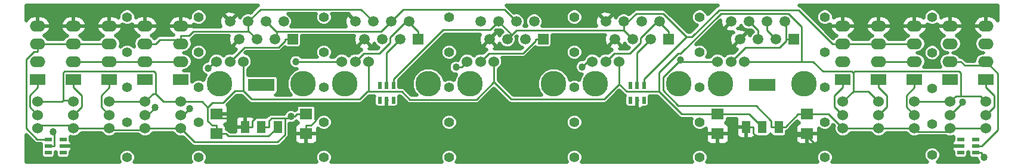
<source format=gbr>
G04 #@! TF.FileFunction,Copper,L1,Top,Signal*
%FSLAX46Y46*%
G04 Gerber Fmt 4.6, Leading zero omitted, Abs format (unit mm)*
G04 Created by KiCad (PCBNEW 0.201505071723+5645~23~ubuntu14.04.1-product) date dom 10 mag 2015 16:46:30 CEST*
%MOMM*%
G01*
G04 APERTURE LIST*
%ADD10C,0.100000*%
%ADD11C,1.400000*%
%ADD12C,3.649980*%
%ADD13R,1.501140X1.501140*%
%ADD14C,1.501140*%
%ADD15C,1.524000*%
%ADD16R,1.803400X1.600200*%
%ADD17R,2.199640X1.524000*%
%ADD18O,2.199640X1.524000*%
%ADD19R,1.300480X1.800860*%
%ADD20R,3.799840X1.800860*%
%ADD21R,0.599440X1.000760*%
%ADD22R,1.000760X0.599440*%
%ADD23C,1.035000*%
%ADD24C,0.254000*%
%ADD25C,0.508000*%
G04 APERTURE END LIST*
D10*
D11*
X49530000Y-115250000D03*
X163830000Y-114935000D03*
X148590000Y-115250000D03*
X130810000Y-115250000D03*
X113030000Y-115250000D03*
X95250000Y-115250000D03*
X77470000Y-115250000D03*
X59690000Y-115250000D03*
X49530000Y-110250000D03*
X163830000Y-110490000D03*
X148590000Y-110250000D03*
X130810000Y-110250000D03*
X113030000Y-110250000D03*
X95250000Y-110250000D03*
X77470000Y-110250000D03*
X59690000Y-110250000D03*
X49530000Y-105250000D03*
X163830000Y-105410000D03*
X148590000Y-105250000D03*
X130810000Y-105250000D03*
X113030000Y-105250000D03*
X95250000Y-105250000D03*
X77470000Y-105250000D03*
X59690000Y-105250000D03*
X49530000Y-100250000D03*
X163830000Y-100330000D03*
X148590000Y-100250000D03*
X130810000Y-100250000D03*
X113030000Y-100250000D03*
X95250000Y-100250000D03*
X77470000Y-100250000D03*
X59690000Y-100250000D03*
X49530000Y-95250000D03*
X163830000Y-95250000D03*
X148590000Y-95250000D03*
X130810000Y-95250000D03*
X113030000Y-95250000D03*
X95250000Y-95250000D03*
X77470000Y-95250000D03*
X59690000Y-95250000D03*
D12*
X80421480Y-104775000D03*
X92290900Y-104775000D03*
D13*
X90805000Y-98425000D03*
D14*
X89535000Y-95885000D03*
X88265000Y-98425000D03*
X86995000Y-95885000D03*
X85725000Y-98425000D03*
X84455000Y-95885000D03*
X83185000Y-98425000D03*
X81915000Y-95885000D03*
D15*
X151130000Y-111125000D03*
X151130000Y-109220000D03*
X156210000Y-107315000D03*
X133350000Y-101600000D03*
X156210000Y-109220000D03*
X161290000Y-107315000D03*
X115570000Y-101600000D03*
X161290000Y-109220000D03*
X166370000Y-107315000D03*
X97790000Y-101600000D03*
X166370000Y-109220000D03*
X171450000Y-107315000D03*
X80010000Y-101600000D03*
X171450000Y-109220000D03*
X52070000Y-107315000D03*
X62230000Y-101600000D03*
X64135000Y-101600000D03*
X137160000Y-101600000D03*
X171450000Y-111125000D03*
X81915000Y-101600000D03*
X119380000Y-101600000D03*
X166370000Y-111125000D03*
X99695000Y-101600000D03*
X83820000Y-101600000D03*
X156210000Y-111125000D03*
X117475000Y-101600000D03*
X57150000Y-107315000D03*
X161290000Y-111125000D03*
X135255000Y-101600000D03*
X101600000Y-101600000D03*
X52070000Y-111125000D03*
X57150000Y-109220000D03*
X66040000Y-101600000D03*
X41910000Y-111125000D03*
X52070000Y-109220000D03*
X151130000Y-107315000D03*
X57150000Y-111125000D03*
X46990000Y-109220000D03*
X46990000Y-107315000D03*
X46990000Y-111125000D03*
X41910000Y-109220000D03*
X41910000Y-107315000D03*
X36830000Y-111125000D03*
X36830000Y-109220000D03*
X36830000Y-107315000D03*
D16*
X74930000Y-109093000D03*
X74930000Y-111887000D03*
X133350000Y-109093000D03*
X133350000Y-111887000D03*
X62230000Y-111887000D03*
X62230000Y-109093000D03*
X146050000Y-109093000D03*
X146050000Y-111887000D03*
D17*
X151130000Y-104140000D03*
D18*
X151130000Y-101600000D03*
X151130000Y-99060000D03*
X151130000Y-96520000D03*
D17*
X156210000Y-104140000D03*
D18*
X156210000Y-101600000D03*
X156210000Y-99060000D03*
X156210000Y-96520000D03*
D17*
X161290000Y-104140000D03*
D18*
X161290000Y-101600000D03*
X161290000Y-99060000D03*
X161290000Y-96520000D03*
D17*
X166370000Y-104140000D03*
D18*
X166370000Y-101600000D03*
X166370000Y-99060000D03*
X166370000Y-96520000D03*
D17*
X171450000Y-104140000D03*
D18*
X171450000Y-101600000D03*
X171450000Y-99060000D03*
X171450000Y-96520000D03*
D17*
X57150000Y-104140000D03*
D18*
X57150000Y-101600000D03*
X57150000Y-99060000D03*
X57150000Y-96520000D03*
D17*
X52070000Y-104140000D03*
D18*
X52070000Y-101600000D03*
X52070000Y-99060000D03*
X52070000Y-96520000D03*
D17*
X46990000Y-104140000D03*
D18*
X46990000Y-101600000D03*
X46990000Y-99060000D03*
X46990000Y-96520000D03*
D17*
X41910000Y-104140000D03*
D18*
X41910000Y-101600000D03*
X41910000Y-99060000D03*
X41910000Y-96520000D03*
D17*
X36830000Y-104140000D03*
D18*
X36830000Y-101600000D03*
X36830000Y-99060000D03*
X36830000Y-96520000D03*
D19*
X137398760Y-110949740D03*
X139700000Y-110949740D03*
X142001240Y-110949740D03*
D20*
X139700000Y-104950260D03*
D19*
X66278760Y-110949740D03*
X68580000Y-110949740D03*
X70881240Y-110949740D03*
D20*
X68580000Y-104950260D03*
D21*
X85407500Y-107101640D03*
X87312500Y-107101640D03*
X86360000Y-107101640D03*
X87312500Y-104988360D03*
X85407500Y-104988360D03*
X86360000Y-104988360D03*
X120967500Y-107101640D03*
X122872500Y-107101640D03*
X121920000Y-107101640D03*
X122872500Y-104988360D03*
X120967500Y-104988360D03*
X121920000Y-104988360D03*
D22*
X40426640Y-114617500D03*
X40426640Y-112712500D03*
X40426640Y-113665000D03*
X38313360Y-112712500D03*
X38313360Y-114617500D03*
X38313360Y-113665000D03*
X167853360Y-112712500D03*
X167853360Y-114617500D03*
X167853360Y-113665000D03*
X169966640Y-114617500D03*
X169966640Y-112712500D03*
X169966640Y-113665000D03*
D12*
X62641480Y-104775000D03*
X74510900Y-104775000D03*
D13*
X73025000Y-98425000D03*
D14*
X71755000Y-95885000D03*
X70485000Y-98425000D03*
X69215000Y-95885000D03*
X67945000Y-98425000D03*
X66675000Y-95885000D03*
X65405000Y-98425000D03*
X64135000Y-95885000D03*
D12*
X98201480Y-104775000D03*
X110070900Y-104775000D03*
D13*
X108585000Y-98425000D03*
D14*
X107315000Y-95885000D03*
X106045000Y-98425000D03*
X104775000Y-95885000D03*
X103505000Y-98425000D03*
X102235000Y-95885000D03*
X100965000Y-98425000D03*
X99695000Y-95885000D03*
D12*
X115981480Y-104775000D03*
X127850900Y-104775000D03*
D13*
X126365000Y-98425000D03*
D14*
X125095000Y-95885000D03*
X123825000Y-98425000D03*
X122555000Y-95885000D03*
X121285000Y-98425000D03*
X120015000Y-95885000D03*
X118745000Y-98425000D03*
X117475000Y-95885000D03*
D12*
X133761480Y-104775000D03*
X145630900Y-104775000D03*
D13*
X144145000Y-98425000D03*
D14*
X142875000Y-95885000D03*
X141605000Y-98425000D03*
X140335000Y-95885000D03*
X139065000Y-98425000D03*
X137795000Y-95885000D03*
X136525000Y-98425000D03*
X135255000Y-95885000D03*
D23*
X128081800Y-101349200D03*
X72779900Y-109430600D03*
X114111100Y-102349900D03*
X96203500Y-102405500D03*
X60995900Y-102539400D03*
X73472500Y-101600000D03*
X83261100Y-107559900D03*
X38993700Y-111632400D03*
X171200200Y-115283100D03*
X168113800Y-107404800D03*
X58400900Y-108297300D03*
X53504000Y-108173100D03*
D24*
X142001200Y-110949700D02*
X140969700Y-110949700D01*
X142001200Y-110949700D02*
X143032700Y-110949700D01*
X140969700Y-110949700D02*
X140969700Y-110047100D01*
X140969700Y-110047100D02*
X138795600Y-107873000D01*
X138795600Y-107873000D02*
X127761100Y-107873000D01*
X127761100Y-107873000D02*
X125605800Y-105717700D01*
X125605800Y-105717700D02*
X125605800Y-103825200D01*
X125605800Y-103825200D02*
X128081800Y-101349200D01*
X143032700Y-110949700D02*
X143032700Y-110827300D01*
X143032700Y-110827300D02*
X144767000Y-109093000D01*
X128081800Y-101349200D02*
X128332600Y-101600000D01*
X128332600Y-101600000D02*
X133350000Y-101600000D01*
X72779900Y-109430600D02*
X73309400Y-109430600D01*
X73309400Y-109430600D02*
X73647000Y-109093000D01*
X71921500Y-109667900D02*
X72542600Y-109667900D01*
X72542600Y-109667900D02*
X72779900Y-109430600D01*
X69611500Y-110949700D02*
X69611500Y-110047100D01*
X69611500Y-110047100D02*
X69990700Y-109667900D01*
X69990700Y-109667900D02*
X71921500Y-109667900D01*
X71921500Y-109667900D02*
X71921500Y-112002900D01*
X71921500Y-112002900D02*
X70855900Y-113068500D01*
X70855900Y-113068500D02*
X59093500Y-113068500D01*
X59093500Y-113068500D02*
X57150000Y-111125000D01*
X74930000Y-109093000D02*
X73647000Y-109093000D01*
X114111100Y-102349900D02*
X114861000Y-101600000D01*
X114861000Y-101600000D02*
X115570000Y-101600000D01*
X156210000Y-111125000D02*
X151130000Y-111125000D01*
X161290000Y-111125000D02*
X156210000Y-111125000D01*
X146050000Y-109093000D02*
X149098000Y-109093000D01*
X149098000Y-109093000D02*
X151130000Y-111125000D01*
X68580000Y-110949700D02*
X69611500Y-110949700D01*
X52070000Y-111125000D02*
X57150000Y-111125000D01*
X146050000Y-109093000D02*
X144767000Y-109093000D01*
X96203500Y-102405500D02*
X96984500Y-102405500D01*
X96984500Y-102405500D02*
X97790000Y-101600000D01*
X62230000Y-101600000D02*
X61935300Y-101600000D01*
X61935300Y-101600000D02*
X60995900Y-102539400D01*
X161290000Y-111125000D02*
X161743200Y-111578200D01*
X161743200Y-111578200D02*
X165916800Y-111578200D01*
X165916800Y-111578200D02*
X166370000Y-111125000D01*
X73472500Y-101600000D02*
X80010000Y-101600000D01*
X171450000Y-111125000D02*
X166370000Y-111125000D01*
X46990000Y-111125000D02*
X47213700Y-111348700D01*
X47213700Y-111348700D02*
X51846300Y-111348700D01*
X51846300Y-111348700D02*
X52070000Y-111125000D01*
X46990000Y-111125000D02*
X41910000Y-111125000D01*
X36830000Y-111125000D02*
X37246500Y-110708500D01*
X37246500Y-110708500D02*
X41493500Y-110708500D01*
X41493500Y-110708500D02*
X41910000Y-111125000D01*
X83261100Y-107983300D02*
X86360000Y-107983300D01*
X76213100Y-108062200D02*
X76292000Y-107983300D01*
X76292000Y-107983300D02*
X83261100Y-107983300D01*
X83261100Y-107983300D02*
X83261100Y-107559900D01*
X146050000Y-112231500D02*
X147483500Y-113665000D01*
X147483500Y-113665000D02*
X167853400Y-113665000D01*
X121920000Y-107983300D02*
X86360000Y-107983300D01*
X121920000Y-107856200D02*
X121920000Y-107983300D01*
X121920000Y-107101600D02*
X121920000Y-107856200D01*
X86360000Y-107101600D02*
X86360000Y-107983300D01*
X133350000Y-111887000D02*
X125823700Y-111887000D01*
X125823700Y-111887000D02*
X121920000Y-107983300D01*
X133864400Y-111887000D02*
X133350000Y-111887000D01*
X76213100Y-108062200D02*
X76213100Y-110087000D01*
X76213100Y-110087000D02*
X75594500Y-110705600D01*
X75594500Y-110705600D02*
X74930000Y-110705600D01*
X67310300Y-110949700D02*
X67310300Y-110047100D01*
X67310300Y-110047100D02*
X69445900Y-107911500D01*
X69445900Y-107911500D02*
X76062400Y-107911500D01*
X76062400Y-107911500D02*
X76213100Y-108062200D01*
X133864400Y-111887000D02*
X134633000Y-111887000D01*
X137398800Y-110949700D02*
X138430300Y-110949700D01*
X74930000Y-111887000D02*
X74930000Y-110705600D01*
X40426600Y-113665000D02*
X74333400Y-113665000D01*
X74333400Y-113665000D02*
X74930000Y-113068400D01*
X166370000Y-96520000D02*
X171450000Y-96520000D01*
X138430300Y-110949700D02*
X138430300Y-111852300D01*
X138430300Y-111852300D02*
X138809500Y-112231500D01*
X138809500Y-112231500D02*
X146050000Y-112231500D01*
X137398800Y-110949700D02*
X135570300Y-110949700D01*
X135570300Y-110949700D02*
X134633000Y-111887000D01*
X146050000Y-111887000D02*
X146050000Y-112231500D01*
X74930000Y-111887000D02*
X74930000Y-113068400D01*
X65247300Y-110949700D02*
X63981300Y-109683700D01*
X63981300Y-109683700D02*
X62230000Y-109683700D01*
X66278800Y-110949700D02*
X65247300Y-110949700D01*
X62230000Y-109093000D02*
X62230000Y-109683700D01*
X66278800Y-110949700D02*
X67310300Y-110949700D01*
X156210000Y-96520000D02*
X151130000Y-96520000D01*
X161290000Y-96520000D02*
X156210000Y-96520000D01*
X41910000Y-96520000D02*
X46990000Y-96520000D01*
X36830000Y-96520000D02*
X41910000Y-96520000D01*
X125046500Y-105877400D02*
X120455300Y-105877400D01*
X120455300Y-105877400D02*
X119380000Y-104802100D01*
X119380000Y-104802100D02*
X119380000Y-101600000D01*
X119380000Y-104802100D02*
X117200700Y-106981400D01*
X117200700Y-106981400D02*
X104064000Y-106981400D01*
X104064000Y-106981400D02*
X101600000Y-104517400D01*
X101600000Y-104517400D02*
X101600000Y-101600000D01*
X83820000Y-105870000D02*
X83820200Y-105870200D01*
X83820200Y-105870200D02*
X88499700Y-105870200D01*
X88499700Y-105870200D02*
X89656600Y-107027100D01*
X89656600Y-107027100D02*
X99090300Y-107027100D01*
X99090300Y-107027100D02*
X101600000Y-104517400D01*
X83820000Y-105870000D02*
X83599100Y-105870000D01*
X83599100Y-105870000D02*
X82487700Y-106981400D01*
X82487700Y-106981400D02*
X67224100Y-106981400D01*
X67224100Y-106981400D02*
X66040000Y-105797300D01*
X83820000Y-101600000D02*
X83820000Y-105870000D01*
X134633000Y-109093000D02*
X137843300Y-109093000D01*
X137843300Y-109093000D02*
X139700000Y-110949700D01*
X145286500Y-101600000D02*
X145286500Y-96638500D01*
X145286500Y-96638500D02*
X143370900Y-94722900D01*
X143370900Y-94722900D02*
X133817800Y-94722900D01*
X133817800Y-94722900D02*
X128090300Y-100450400D01*
X128090300Y-100450400D02*
X127709600Y-100450400D01*
X127709600Y-100450400D02*
X125046500Y-103113500D01*
X125046500Y-103113500D02*
X125046500Y-105877400D01*
X133350000Y-109093000D02*
X128262100Y-109093000D01*
X128262100Y-109093000D02*
X125046500Y-105877400D01*
X66040000Y-105797300D02*
X66040000Y-101600000D01*
X60946900Y-108132800D02*
X61633200Y-107446500D01*
X61633200Y-107446500D02*
X63140200Y-107446500D01*
X63140200Y-107446500D02*
X64789400Y-105797300D01*
X64789400Y-105797300D02*
X66040000Y-105797300D01*
X60946900Y-108132800D02*
X60129100Y-107315000D01*
X60129100Y-107315000D02*
X57150000Y-107315000D01*
X62230000Y-110705600D02*
X61565500Y-110705600D01*
X61565500Y-110705600D02*
X60946900Y-110087000D01*
X60946900Y-110087000D02*
X60946900Y-108132800D01*
X62230000Y-111887000D02*
X63513000Y-111887000D01*
X70881200Y-110949700D02*
X69599400Y-112231500D01*
X69599400Y-112231500D02*
X63857500Y-112231500D01*
X63857500Y-112231500D02*
X63513000Y-111887000D01*
X145286500Y-101600000D02*
X146873800Y-101600000D01*
X146873800Y-101600000D02*
X148270400Y-102996600D01*
X148270400Y-102996600D02*
X152399500Y-102996600D01*
X152399500Y-102996600D02*
X152611200Y-103208300D01*
X137160000Y-101600000D02*
X145286500Y-101600000D01*
X133350000Y-109093000D02*
X134633000Y-109093000D01*
X57150000Y-107315000D02*
X54663700Y-107315000D01*
X54663700Y-107315000D02*
X53551200Y-106202500D01*
X167874100Y-106496400D02*
X167188600Y-106496400D01*
X167188600Y-106496400D02*
X166370000Y-107315000D01*
X171450000Y-107315000D02*
X170631400Y-106496400D01*
X170631400Y-106496400D02*
X167874100Y-106496400D01*
X167874100Y-106496400D02*
X167874100Y-103235600D01*
X167874100Y-103235600D02*
X167635100Y-102996600D01*
X167635100Y-102996600D02*
X152822900Y-102996600D01*
X152822900Y-102996600D02*
X152611200Y-103208300D01*
X152611200Y-103208300D02*
X152611200Y-105833800D01*
X166370000Y-107315000D02*
X161290000Y-107315000D01*
X152611200Y-105833800D02*
X151130000Y-107315000D01*
X152611200Y-105833800D02*
X154728800Y-105833800D01*
X154728800Y-105833800D02*
X156210000Y-107315000D01*
X62230000Y-111887000D02*
X62230000Y-110705600D01*
X52070000Y-107315000D02*
X53182500Y-106202500D01*
X53182500Y-106202500D02*
X53551200Y-106202500D01*
X40428800Y-107156300D02*
X40428800Y-103206600D01*
X40428800Y-103206600D02*
X40638800Y-102996600D01*
X40638800Y-102996600D02*
X53339500Y-102996600D01*
X53339500Y-102996600D02*
X53551200Y-103208300D01*
X53551200Y-103208300D02*
X53551200Y-106202500D01*
X46990000Y-107315000D02*
X52070000Y-107315000D01*
X40428800Y-107156300D02*
X41751300Y-107156300D01*
X41751300Y-107156300D02*
X41910000Y-107315000D01*
X36830000Y-107315000D02*
X40270100Y-107315000D01*
X40270100Y-107315000D02*
X40428800Y-107156300D01*
X73025000Y-98425000D02*
X71893100Y-98425000D01*
X64135000Y-101600000D02*
X66178100Y-99556900D01*
X66178100Y-99556900D02*
X70973500Y-99556900D01*
X70973500Y-99556900D02*
X71893100Y-98637300D01*
X71893100Y-98637300D02*
X71893100Y-98425000D01*
X169966600Y-113665000D02*
X170848300Y-113665000D01*
X170848300Y-113665000D02*
X173128700Y-111384600D01*
X173128700Y-111384600D02*
X173128700Y-103316600D01*
X173128700Y-103316600D02*
X171983300Y-102171200D01*
X171983300Y-102171200D02*
X171450000Y-102171200D01*
X123825000Y-98425000D02*
X121920000Y-100330000D01*
X121920000Y-100330000D02*
X121920000Y-104988400D01*
X88265000Y-98425000D02*
X86360000Y-100330000D01*
X86360000Y-100330000D02*
X86360000Y-104988400D01*
X166370000Y-101600000D02*
X167851200Y-101600000D01*
X171450000Y-102171200D02*
X168422400Y-102171200D01*
X168422400Y-102171200D02*
X167851200Y-101600000D01*
X171450000Y-101600000D02*
X171450000Y-102171200D01*
X52070000Y-101600000D02*
X48471200Y-101600000D01*
X57150000Y-101600000D02*
X52070000Y-101600000D01*
X46990000Y-101600000D02*
X48471200Y-101600000D01*
X86995000Y-95885000D02*
X88711400Y-94168600D01*
X88711400Y-94168600D02*
X103058600Y-94168600D01*
X103058600Y-94168600D02*
X104775000Y-95885000D01*
X70717600Y-97387600D02*
X70830200Y-97275000D01*
X70830200Y-97275000D02*
X85605000Y-97275000D01*
X85605000Y-97275000D02*
X86995000Y-95885000D01*
X70717600Y-97387600D02*
X69215000Y-95885000D01*
X70485000Y-98425000D02*
X70717600Y-98192400D01*
X70717600Y-98192400D02*
X70717600Y-97387600D01*
X140335000Y-95885000D02*
X140335000Y-97155000D01*
X140335000Y-97155000D02*
X141605000Y-98425000D01*
X161290000Y-101600000D02*
X156210000Y-101600000D01*
X41910000Y-101600000D02*
X46990000Y-101600000D01*
X38313400Y-113665000D02*
X39195100Y-113665000D01*
X39195100Y-113665000D02*
X39195100Y-111833800D01*
X39195100Y-111833800D02*
X38993700Y-111632400D01*
X128928000Y-98051200D02*
X128928000Y-98051300D01*
X128928000Y-98051300D02*
X129700300Y-98051300D01*
X129700300Y-98051300D02*
X133537100Y-94214500D01*
X133537100Y-94214500D02*
X144803300Y-94214500D01*
X144803300Y-94214500D02*
X149648800Y-99060000D01*
X120015000Y-95885000D02*
X120650000Y-95885000D01*
X120650000Y-95885000D02*
X121787300Y-94747700D01*
X121787300Y-94747700D02*
X125624400Y-94747700D01*
X125624400Y-94747700D02*
X128928000Y-98051200D01*
X128928000Y-98051200D02*
X122872500Y-104106700D01*
X120015000Y-95885000D02*
X120015000Y-97155000D01*
X122872500Y-104988400D02*
X122872500Y-104106700D01*
X156210000Y-99060000D02*
X151130000Y-99060000D01*
X161290000Y-99060000D02*
X156210000Y-99060000D01*
X52070000Y-99060000D02*
X53551200Y-99060000D01*
X57150000Y-98488300D02*
X54122900Y-98488300D01*
X54122900Y-98488300D02*
X53551200Y-99060000D01*
X57150000Y-98488300D02*
X57150000Y-97916700D01*
X57150000Y-99060000D02*
X57150000Y-98488300D01*
X151130000Y-99060000D02*
X149648800Y-99060000D01*
X120015000Y-97155000D02*
X121285000Y-98425000D01*
X104140000Y-97790000D02*
X102235000Y-95885000D01*
X104140000Y-97790000D02*
X103505000Y-98425000D01*
X120015000Y-97155000D02*
X104775000Y-97155000D01*
X104775000Y-97155000D02*
X104140000Y-97790000D01*
X66675000Y-97274400D02*
X66794400Y-97274400D01*
X66794400Y-97274400D02*
X67945000Y-98425000D01*
X57150000Y-97916700D02*
X58293300Y-97916700D01*
X58293300Y-97916700D02*
X58935600Y-97274400D01*
X58935600Y-97274400D02*
X66675000Y-97274400D01*
X66675000Y-97274400D02*
X66675000Y-95885000D01*
X84455000Y-95885000D02*
X82699700Y-94129700D01*
X82699700Y-94129700D02*
X68430300Y-94129700D01*
X68430300Y-94129700D02*
X66675000Y-95885000D01*
X169966600Y-114617500D02*
X170848300Y-114617500D01*
X170848300Y-114617500D02*
X170848300Y-114931200D01*
X170848300Y-114931200D02*
X171200200Y-115283100D01*
X102235000Y-95885000D02*
X101034000Y-97086000D01*
X101034000Y-97086000D02*
X94333200Y-97086000D01*
X94333200Y-97086000D02*
X87312500Y-104106700D01*
X87312500Y-104988400D02*
X87312500Y-104106700D01*
X36830000Y-99060000D02*
X36830000Y-100203300D01*
X36830000Y-100203300D02*
X36258400Y-100203300D01*
X36258400Y-100203300D02*
X35153400Y-101308300D01*
X35153400Y-101308300D02*
X35153400Y-111116600D01*
X35153400Y-111116600D02*
X36749300Y-112712500D01*
X36749300Y-112712500D02*
X38313400Y-112712500D01*
X36830000Y-99060000D02*
X41910000Y-99060000D01*
X41910000Y-99060000D02*
X46990000Y-99060000D01*
X90805000Y-98425000D02*
X90805000Y-97293100D01*
X89535000Y-95885000D02*
X89535000Y-96023100D01*
X89535000Y-96023100D02*
X90805000Y-97293100D01*
X81915000Y-101600000D02*
X83085100Y-100429900D01*
X83085100Y-100429900D02*
X85320900Y-100429900D01*
X85320900Y-100429900D02*
X86857000Y-98893800D01*
X86857000Y-98893800D02*
X86857000Y-98171600D01*
X86857000Y-98171600D02*
X89143600Y-95885000D01*
X89143600Y-95885000D02*
X89535000Y-95885000D01*
X108585000Y-98425000D02*
X107453100Y-98425000D01*
X99695000Y-101600000D02*
X100880700Y-100414300D01*
X100880700Y-100414300D02*
X105676000Y-100414300D01*
X105676000Y-100414300D02*
X107453100Y-98637200D01*
X107453100Y-98637200D02*
X107453100Y-98425000D01*
X117475000Y-101600000D02*
X118645100Y-100429900D01*
X118645100Y-100429900D02*
X120880900Y-100429900D01*
X120880900Y-100429900D02*
X122417000Y-98893800D01*
X122417000Y-98893800D02*
X122417000Y-98205600D01*
X122417000Y-98205600D02*
X124599500Y-96023100D01*
X124599500Y-96023100D02*
X125095000Y-96023100D01*
X125095000Y-96023100D02*
X126365000Y-97293100D01*
X125095000Y-95885000D02*
X125095000Y-96023100D01*
X126365000Y-98425000D02*
X126365000Y-97293100D01*
X142875000Y-95885000D02*
X143013100Y-96023100D01*
X143013100Y-96023100D02*
X143013100Y-98425000D01*
X144145000Y-98425000D02*
X143013100Y-98425000D01*
X135255000Y-101600000D02*
X137298100Y-99556900D01*
X137298100Y-99556900D02*
X142093500Y-99556900D01*
X142093500Y-99556900D02*
X143013100Y-98637300D01*
X143013100Y-98637300D02*
X143013100Y-98425000D01*
X151130000Y-104140000D02*
X151130000Y-105283300D01*
X151130000Y-105283300D02*
X149939300Y-106474000D01*
X149939300Y-106474000D02*
X149939300Y-108029300D01*
X149939300Y-108029300D02*
X151130000Y-109220000D01*
X156210000Y-104140000D02*
X156210000Y-105283300D01*
X156210000Y-105283300D02*
X157370100Y-106443400D01*
X157370100Y-106443400D02*
X157370100Y-108059900D01*
X157370100Y-108059900D02*
X156210000Y-109220000D01*
X161290000Y-104140000D02*
X161290000Y-105283300D01*
X161290000Y-105283300D02*
X160130000Y-106443300D01*
X160130000Y-106443300D02*
X160130000Y-108060000D01*
X160130000Y-108060000D02*
X161290000Y-109220000D01*
X168113800Y-107404800D02*
X168113800Y-107476200D01*
X168113800Y-107476200D02*
X166370000Y-109220000D01*
X171450000Y-104140000D02*
X171450000Y-105283300D01*
X171450000Y-105283300D02*
X172610700Y-106444000D01*
X172610700Y-106444000D02*
X172610700Y-108059300D01*
X172610700Y-108059300D02*
X171450000Y-109220000D01*
X58400900Y-108297300D02*
X57478200Y-109220000D01*
X57478200Y-109220000D02*
X57150000Y-109220000D01*
X53504000Y-108173100D02*
X52457100Y-109220000D01*
X52457100Y-109220000D02*
X52070000Y-109220000D01*
X46990000Y-104140000D02*
X46990000Y-105283300D01*
X46990000Y-105283300D02*
X45830000Y-106443300D01*
X45830000Y-106443300D02*
X45830000Y-108060000D01*
X45830000Y-108060000D02*
X46990000Y-109220000D01*
X41910000Y-104140000D02*
X41910000Y-105283300D01*
X41910000Y-105283300D02*
X43060700Y-106434000D01*
X43060700Y-106434000D02*
X43060700Y-108069300D01*
X43060700Y-108069300D02*
X41910000Y-109220000D01*
X36830000Y-104140000D02*
X36830000Y-105283300D01*
X36830000Y-105283300D02*
X35669300Y-106444000D01*
X35669300Y-106444000D02*
X35669300Y-108059300D01*
X35669300Y-108059300D02*
X36830000Y-109220000D01*
X137795000Y-95885000D02*
X139065000Y-97155000D01*
X139065000Y-97155000D02*
X139065000Y-98425000D01*
D25*
G36*
X65419849Y-98439142D02*
X65419142Y-98439849D01*
X65405000Y-98425707D01*
X64449011Y-99381696D01*
X64498321Y-99673787D01*
X64953517Y-99883456D01*
X64472123Y-100364850D01*
X64388727Y-100330221D01*
X63883490Y-100329780D01*
X63416542Y-100522718D01*
X63182405Y-100756447D01*
X62950337Y-100523974D01*
X62483727Y-100330221D01*
X61978490Y-100329780D01*
X61511542Y-100522718D01*
X61153974Y-100879663D01*
X60960221Y-101346273D01*
X60960074Y-101513867D01*
X60792810Y-101513722D01*
X60415760Y-101669516D01*
X60127030Y-101957742D01*
X59970578Y-102334520D01*
X59970222Y-102742490D01*
X60126016Y-103119540D01*
X60414242Y-103408270D01*
X60643366Y-103503410D01*
X60347825Y-104215150D01*
X59931340Y-104042210D01*
X59450768Y-104041791D01*
X59006617Y-104225310D01*
X58767772Y-104463739D01*
X58767772Y-103378000D01*
X58730190Y-103184301D01*
X58618359Y-103014058D01*
X58449532Y-102900099D01*
X58249820Y-102860048D01*
X57569351Y-102860048D01*
X58005327Y-102773327D01*
X58417345Y-102498026D01*
X58692646Y-102086008D01*
X58789319Y-101600000D01*
X58692646Y-101113992D01*
X58417345Y-100701974D01*
X58005327Y-100426673D01*
X57519319Y-100330000D01*
X58005327Y-100233327D01*
X58417345Y-99958026D01*
X58644236Y-99618457D01*
X58482210Y-100008660D01*
X58481791Y-100489232D01*
X58665310Y-100933383D01*
X59004830Y-101273495D01*
X59448660Y-101457790D01*
X59929232Y-101458209D01*
X60373383Y-101274690D01*
X60713495Y-100935170D01*
X60897790Y-100491340D01*
X60898209Y-100010768D01*
X60714690Y-99566617D01*
X60375170Y-99226505D01*
X59931340Y-99042210D01*
X59450768Y-99041791D01*
X59006617Y-99225310D01*
X58694451Y-99536932D01*
X58789319Y-99060000D01*
X58692646Y-98573992D01*
X58611763Y-98452943D01*
X58742313Y-98365713D01*
X59198626Y-97909400D01*
X63976076Y-97909400D01*
X63904300Y-98065228D01*
X63880854Y-98666907D01*
X64089446Y-99231758D01*
X64156213Y-99331679D01*
X64448304Y-99380989D01*
X65404293Y-98425000D01*
X65390150Y-98410857D01*
X65390857Y-98410150D01*
X65405000Y-98424293D01*
X65419142Y-98410150D01*
X65419849Y-98410857D01*
X65405707Y-98425000D01*
X65419849Y-98439142D01*
X65419849Y-98439142D01*
G37*
X65419849Y-98439142D02*
X65419142Y-98439849D01*
X65405000Y-98425707D01*
X64449011Y-99381696D01*
X64498321Y-99673787D01*
X64953517Y-99883456D01*
X64472123Y-100364850D01*
X64388727Y-100330221D01*
X63883490Y-100329780D01*
X63416542Y-100522718D01*
X63182405Y-100756447D01*
X62950337Y-100523974D01*
X62483727Y-100330221D01*
X61978490Y-100329780D01*
X61511542Y-100522718D01*
X61153974Y-100879663D01*
X60960221Y-101346273D01*
X60960074Y-101513867D01*
X60792810Y-101513722D01*
X60415760Y-101669516D01*
X60127030Y-101957742D01*
X59970578Y-102334520D01*
X59970222Y-102742490D01*
X60126016Y-103119540D01*
X60414242Y-103408270D01*
X60643366Y-103503410D01*
X60347825Y-104215150D01*
X59931340Y-104042210D01*
X59450768Y-104041791D01*
X59006617Y-104225310D01*
X58767772Y-104463739D01*
X58767772Y-103378000D01*
X58730190Y-103184301D01*
X58618359Y-103014058D01*
X58449532Y-102900099D01*
X58249820Y-102860048D01*
X57569351Y-102860048D01*
X58005327Y-102773327D01*
X58417345Y-102498026D01*
X58692646Y-102086008D01*
X58789319Y-101600000D01*
X58692646Y-101113992D01*
X58417345Y-100701974D01*
X58005327Y-100426673D01*
X57519319Y-100330000D01*
X58005327Y-100233327D01*
X58417345Y-99958026D01*
X58644236Y-99618457D01*
X58482210Y-100008660D01*
X58481791Y-100489232D01*
X58665310Y-100933383D01*
X59004830Y-101273495D01*
X59448660Y-101457790D01*
X59929232Y-101458209D01*
X60373383Y-101274690D01*
X60713495Y-100935170D01*
X60897790Y-100491340D01*
X60898209Y-100010768D01*
X60714690Y-99566617D01*
X60375170Y-99226505D01*
X59931340Y-99042210D01*
X59450768Y-99041791D01*
X59006617Y-99225310D01*
X58694451Y-99536932D01*
X58789319Y-99060000D01*
X58692646Y-98573992D01*
X58611763Y-98452943D01*
X58742313Y-98365713D01*
X59198626Y-97909400D01*
X63976076Y-97909400D01*
X63904300Y-98065228D01*
X63880854Y-98666907D01*
X64089446Y-99231758D01*
X64156213Y-99331679D01*
X64448304Y-99380989D01*
X65404293Y-98425000D01*
X65390150Y-98410857D01*
X65390857Y-98410150D01*
X65405000Y-98424293D01*
X65419142Y-98410150D01*
X65419849Y-98410857D01*
X65405707Y-98425000D01*
X65419849Y-98439142D01*
G36*
X68103540Y-93599000D02*
X67981287Y-93680687D01*
X67003378Y-94658595D01*
X66926443Y-94626649D01*
X66425753Y-94626212D01*
X65963009Y-94817414D01*
X65608658Y-95171146D01*
X65543134Y-95328943D01*
X65450554Y-95078242D01*
X65383787Y-94978321D01*
X65091696Y-94929011D01*
X65090989Y-94929718D01*
X65090989Y-94928304D01*
X65041679Y-94636213D01*
X64494772Y-94384300D01*
X63893093Y-94360854D01*
X63328242Y-94569446D01*
X63228321Y-94636213D01*
X63179011Y-94928304D01*
X64135000Y-95884293D01*
X65090989Y-94928304D01*
X65090989Y-94929718D01*
X64135707Y-95885000D01*
X64149849Y-95899142D01*
X64149142Y-95899849D01*
X64135000Y-95885707D01*
X64120857Y-95899849D01*
X64120150Y-95899142D01*
X64134293Y-95885000D01*
X63178304Y-94929011D01*
X62886213Y-94978321D01*
X62634300Y-95525228D01*
X62610854Y-96126907D01*
X62800110Y-96639400D01*
X60898209Y-96639400D01*
X60898209Y-95010768D01*
X60714690Y-94566617D01*
X60375170Y-94226505D01*
X59931340Y-94042210D01*
X59450768Y-94041791D01*
X59006617Y-94225310D01*
X58666505Y-94564830D01*
X58482210Y-95008660D01*
X58481881Y-95385428D01*
X58071874Y-95111275D01*
X57488320Y-94995000D01*
X57150500Y-94995000D01*
X57150500Y-96519500D01*
X58822070Y-96519500D01*
X58993967Y-96280944D01*
X58986761Y-96255394D01*
X59004830Y-96273495D01*
X59448660Y-96457790D01*
X59929232Y-96458209D01*
X60373383Y-96274690D01*
X60713495Y-95935170D01*
X60897790Y-95491340D01*
X60898209Y-95010768D01*
X60898209Y-96639400D01*
X58935600Y-96639400D01*
X58911237Y-96644245D01*
X58822070Y-96520500D01*
X57150500Y-96520500D01*
X57150500Y-96540500D01*
X57149500Y-96540500D01*
X57149500Y-96520500D01*
X57149500Y-96519500D01*
X57149500Y-94995000D01*
X56811680Y-94995000D01*
X56228126Y-95111275D01*
X55733489Y-95442016D01*
X55403073Y-95936870D01*
X55306033Y-96280944D01*
X55477930Y-96519500D01*
X57149500Y-96519500D01*
X57149500Y-96520500D01*
X55477930Y-96520500D01*
X55306033Y-96759056D01*
X55403073Y-97103130D01*
X55733489Y-97597984D01*
X56115324Y-97853300D01*
X54122900Y-97853300D01*
X53879896Y-97901636D01*
X53673887Y-98039287D01*
X53423003Y-98290170D01*
X53337345Y-98161974D01*
X52989092Y-97929279D01*
X52991874Y-97928725D01*
X53486511Y-97597984D01*
X53816927Y-97103130D01*
X53913967Y-96759056D01*
X53913967Y-96280944D01*
X53816927Y-95936870D01*
X53486511Y-95442016D01*
X52991874Y-95111275D01*
X52408320Y-94995000D01*
X52070500Y-94995000D01*
X52070500Y-96519500D01*
X53742070Y-96519500D01*
X53913967Y-96280944D01*
X53913967Y-96759056D01*
X53742070Y-96520500D01*
X52070500Y-96520500D01*
X52070500Y-96540500D01*
X52069500Y-96540500D01*
X52069500Y-96520500D01*
X52069500Y-96519500D01*
X52069500Y-94995000D01*
X51731680Y-94995000D01*
X51148126Y-95111275D01*
X50737882Y-95385586D01*
X50738209Y-95010768D01*
X50554690Y-94566617D01*
X50215170Y-94226505D01*
X49771340Y-94042210D01*
X49290768Y-94041791D01*
X48846617Y-94225310D01*
X48506505Y-94564830D01*
X48322210Y-95008660D01*
X48321881Y-95385428D01*
X47911874Y-95111275D01*
X47328320Y-94995000D01*
X46990500Y-94995000D01*
X46990500Y-96519500D01*
X48662070Y-96519500D01*
X48833967Y-96280944D01*
X48826761Y-96255394D01*
X48844830Y-96273495D01*
X49288660Y-96457790D01*
X49769232Y-96458209D01*
X50213383Y-96274690D01*
X50233445Y-96254662D01*
X50226033Y-96280944D01*
X50397930Y-96519500D01*
X52069500Y-96519500D01*
X52069500Y-96520500D01*
X50397930Y-96520500D01*
X50226033Y-96759056D01*
X50323073Y-97103130D01*
X50653489Y-97597984D01*
X51148126Y-97928725D01*
X51150907Y-97929279D01*
X50802655Y-98161974D01*
X50527354Y-98573992D01*
X50430681Y-99060000D01*
X50525671Y-99537547D01*
X50215170Y-99226505D01*
X49771340Y-99042210D01*
X49290768Y-99041791D01*
X48846617Y-99225310D01*
X48534451Y-99536932D01*
X48629319Y-99060000D01*
X48532646Y-98573992D01*
X48257345Y-98161974D01*
X47909092Y-97929279D01*
X47911874Y-97928725D01*
X48406511Y-97597984D01*
X48736927Y-97103130D01*
X48833967Y-96759056D01*
X48662070Y-96520500D01*
X46990500Y-96520500D01*
X46990500Y-96540500D01*
X46989500Y-96540500D01*
X46989500Y-96520500D01*
X46989500Y-96519500D01*
X46989500Y-94995000D01*
X46651680Y-94995000D01*
X46068126Y-95111275D01*
X45573489Y-95442016D01*
X45243073Y-95936870D01*
X45146033Y-96280944D01*
X45317930Y-96519500D01*
X46989500Y-96519500D01*
X46989500Y-96520500D01*
X45317930Y-96520500D01*
X45146033Y-96759056D01*
X45243073Y-97103130D01*
X45573489Y-97597984D01*
X46068126Y-97928725D01*
X46070907Y-97929279D01*
X45722655Y-98161974D01*
X45546907Y-98425000D01*
X43353092Y-98425000D01*
X43177345Y-98161974D01*
X42829092Y-97929279D01*
X42831874Y-97928725D01*
X43326511Y-97597984D01*
X43656927Y-97103130D01*
X43753967Y-96759056D01*
X43753967Y-96280944D01*
X43656927Y-95936870D01*
X43326511Y-95442016D01*
X42831874Y-95111275D01*
X42248320Y-94995000D01*
X41910500Y-94995000D01*
X41910500Y-96519500D01*
X43582070Y-96519500D01*
X43753967Y-96280944D01*
X43753967Y-96759056D01*
X43582070Y-96520500D01*
X41910500Y-96520500D01*
X41910500Y-96540500D01*
X41909500Y-96540500D01*
X41909500Y-96520500D01*
X41909500Y-96519500D01*
X41909500Y-94995000D01*
X41571680Y-94995000D01*
X40988126Y-95111275D01*
X40493489Y-95442016D01*
X40163073Y-95936870D01*
X40066033Y-96280944D01*
X40237930Y-96519500D01*
X41909500Y-96519500D01*
X41909500Y-96520500D01*
X40237930Y-96520500D01*
X40066033Y-96759056D01*
X40163073Y-97103130D01*
X40493489Y-97597984D01*
X40988126Y-97928725D01*
X40990907Y-97929279D01*
X40642655Y-98161974D01*
X40466907Y-98425000D01*
X38273092Y-98425000D01*
X38097345Y-98161974D01*
X37749092Y-97929279D01*
X37751874Y-97928725D01*
X38246511Y-97597984D01*
X38576927Y-97103130D01*
X38673967Y-96759056D01*
X38673967Y-96280944D01*
X38576927Y-95936870D01*
X38246511Y-95442016D01*
X37751874Y-95111275D01*
X37168320Y-94995000D01*
X36830500Y-94995000D01*
X36830500Y-96519500D01*
X38502070Y-96519500D01*
X38673967Y-96280944D01*
X38673967Y-96759056D01*
X38502070Y-96520500D01*
X36830500Y-96520500D01*
X36830500Y-96540500D01*
X36829500Y-96540500D01*
X36829500Y-96520500D01*
X36809500Y-96520500D01*
X36809500Y-96519500D01*
X36829500Y-96519500D01*
X36829500Y-94995000D01*
X36491680Y-94995000D01*
X35908126Y-95111275D01*
X35413489Y-95442016D01*
X35179000Y-95793203D01*
X35179000Y-93599000D01*
X68103540Y-93599000D01*
X68103540Y-93599000D01*
G37*
X68103540Y-93599000D02*
X67981287Y-93680687D01*
X67003378Y-94658595D01*
X66926443Y-94626649D01*
X66425753Y-94626212D01*
X65963009Y-94817414D01*
X65608658Y-95171146D01*
X65543134Y-95328943D01*
X65450554Y-95078242D01*
X65383787Y-94978321D01*
X65091696Y-94929011D01*
X65090989Y-94929718D01*
X65090989Y-94928304D01*
X65041679Y-94636213D01*
X64494772Y-94384300D01*
X63893093Y-94360854D01*
X63328242Y-94569446D01*
X63228321Y-94636213D01*
X63179011Y-94928304D01*
X64135000Y-95884293D01*
X65090989Y-94928304D01*
X65090989Y-94929718D01*
X64135707Y-95885000D01*
X64149849Y-95899142D01*
X64149142Y-95899849D01*
X64135000Y-95885707D01*
X64120857Y-95899849D01*
X64120150Y-95899142D01*
X64134293Y-95885000D01*
X63178304Y-94929011D01*
X62886213Y-94978321D01*
X62634300Y-95525228D01*
X62610854Y-96126907D01*
X62800110Y-96639400D01*
X60898209Y-96639400D01*
X60898209Y-95010768D01*
X60714690Y-94566617D01*
X60375170Y-94226505D01*
X59931340Y-94042210D01*
X59450768Y-94041791D01*
X59006617Y-94225310D01*
X58666505Y-94564830D01*
X58482210Y-95008660D01*
X58481881Y-95385428D01*
X58071874Y-95111275D01*
X57488320Y-94995000D01*
X57150500Y-94995000D01*
X57150500Y-96519500D01*
X58822070Y-96519500D01*
X58993967Y-96280944D01*
X58986761Y-96255394D01*
X59004830Y-96273495D01*
X59448660Y-96457790D01*
X59929232Y-96458209D01*
X60373383Y-96274690D01*
X60713495Y-95935170D01*
X60897790Y-95491340D01*
X60898209Y-95010768D01*
X60898209Y-96639400D01*
X58935600Y-96639400D01*
X58911237Y-96644245D01*
X58822070Y-96520500D01*
X57150500Y-96520500D01*
X57150500Y-96540500D01*
X57149500Y-96540500D01*
X57149500Y-96520500D01*
X57149500Y-96519500D01*
X57149500Y-94995000D01*
X56811680Y-94995000D01*
X56228126Y-95111275D01*
X55733489Y-95442016D01*
X55403073Y-95936870D01*
X55306033Y-96280944D01*
X55477930Y-96519500D01*
X57149500Y-96519500D01*
X57149500Y-96520500D01*
X55477930Y-96520500D01*
X55306033Y-96759056D01*
X55403073Y-97103130D01*
X55733489Y-97597984D01*
X56115324Y-97853300D01*
X54122900Y-97853300D01*
X53879896Y-97901636D01*
X53673887Y-98039287D01*
X53423003Y-98290170D01*
X53337345Y-98161974D01*
X52989092Y-97929279D01*
X52991874Y-97928725D01*
X53486511Y-97597984D01*
X53816927Y-97103130D01*
X53913967Y-96759056D01*
X53913967Y-96280944D01*
X53816927Y-95936870D01*
X53486511Y-95442016D01*
X52991874Y-95111275D01*
X52408320Y-94995000D01*
X52070500Y-94995000D01*
X52070500Y-96519500D01*
X53742070Y-96519500D01*
X53913967Y-96280944D01*
X53913967Y-96759056D01*
X53742070Y-96520500D01*
X52070500Y-96520500D01*
X52070500Y-96540500D01*
X52069500Y-96540500D01*
X52069500Y-96520500D01*
X52069500Y-96519500D01*
X52069500Y-94995000D01*
X51731680Y-94995000D01*
X51148126Y-95111275D01*
X50737882Y-95385586D01*
X50738209Y-95010768D01*
X50554690Y-94566617D01*
X50215170Y-94226505D01*
X49771340Y-94042210D01*
X49290768Y-94041791D01*
X48846617Y-94225310D01*
X48506505Y-94564830D01*
X48322210Y-95008660D01*
X48321881Y-95385428D01*
X47911874Y-95111275D01*
X47328320Y-94995000D01*
X46990500Y-94995000D01*
X46990500Y-96519500D01*
X48662070Y-96519500D01*
X48833967Y-96280944D01*
X48826761Y-96255394D01*
X48844830Y-96273495D01*
X49288660Y-96457790D01*
X49769232Y-96458209D01*
X50213383Y-96274690D01*
X50233445Y-96254662D01*
X50226033Y-96280944D01*
X50397930Y-96519500D01*
X52069500Y-96519500D01*
X52069500Y-96520500D01*
X50397930Y-96520500D01*
X50226033Y-96759056D01*
X50323073Y-97103130D01*
X50653489Y-97597984D01*
X51148126Y-97928725D01*
X51150907Y-97929279D01*
X50802655Y-98161974D01*
X50527354Y-98573992D01*
X50430681Y-99060000D01*
X50525671Y-99537547D01*
X50215170Y-99226505D01*
X49771340Y-99042210D01*
X49290768Y-99041791D01*
X48846617Y-99225310D01*
X48534451Y-99536932D01*
X48629319Y-99060000D01*
X48532646Y-98573992D01*
X48257345Y-98161974D01*
X47909092Y-97929279D01*
X47911874Y-97928725D01*
X48406511Y-97597984D01*
X48736927Y-97103130D01*
X48833967Y-96759056D01*
X48662070Y-96520500D01*
X46990500Y-96520500D01*
X46990500Y-96540500D01*
X46989500Y-96540500D01*
X46989500Y-96520500D01*
X46989500Y-96519500D01*
X46989500Y-94995000D01*
X46651680Y-94995000D01*
X46068126Y-95111275D01*
X45573489Y-95442016D01*
X45243073Y-95936870D01*
X45146033Y-96280944D01*
X45317930Y-96519500D01*
X46989500Y-96519500D01*
X46989500Y-96520500D01*
X45317930Y-96520500D01*
X45146033Y-96759056D01*
X45243073Y-97103130D01*
X45573489Y-97597984D01*
X46068126Y-97928725D01*
X46070907Y-97929279D01*
X45722655Y-98161974D01*
X45546907Y-98425000D01*
X43353092Y-98425000D01*
X43177345Y-98161974D01*
X42829092Y-97929279D01*
X42831874Y-97928725D01*
X43326511Y-97597984D01*
X43656927Y-97103130D01*
X43753967Y-96759056D01*
X43753967Y-96280944D01*
X43656927Y-95936870D01*
X43326511Y-95442016D01*
X42831874Y-95111275D01*
X42248320Y-94995000D01*
X41910500Y-94995000D01*
X41910500Y-96519500D01*
X43582070Y-96519500D01*
X43753967Y-96280944D01*
X43753967Y-96759056D01*
X43582070Y-96520500D01*
X41910500Y-96520500D01*
X41910500Y-96540500D01*
X41909500Y-96540500D01*
X41909500Y-96520500D01*
X41909500Y-96519500D01*
X41909500Y-94995000D01*
X41571680Y-94995000D01*
X40988126Y-95111275D01*
X40493489Y-95442016D01*
X40163073Y-95936870D01*
X40066033Y-96280944D01*
X40237930Y-96519500D01*
X41909500Y-96519500D01*
X41909500Y-96520500D01*
X40237930Y-96520500D01*
X40066033Y-96759056D01*
X40163073Y-97103130D01*
X40493489Y-97597984D01*
X40988126Y-97928725D01*
X40990907Y-97929279D01*
X40642655Y-98161974D01*
X40466907Y-98425000D01*
X38273092Y-98425000D01*
X38097345Y-98161974D01*
X37749092Y-97929279D01*
X37751874Y-97928725D01*
X38246511Y-97597984D01*
X38576927Y-97103130D01*
X38673967Y-96759056D01*
X38673967Y-96280944D01*
X38576927Y-95936870D01*
X38246511Y-95442016D01*
X37751874Y-95111275D01*
X37168320Y-94995000D01*
X36830500Y-94995000D01*
X36830500Y-96519500D01*
X38502070Y-96519500D01*
X38673967Y-96280944D01*
X38673967Y-96759056D01*
X38502070Y-96520500D01*
X36830500Y-96520500D01*
X36830500Y-96540500D01*
X36829500Y-96540500D01*
X36829500Y-96520500D01*
X36809500Y-96520500D01*
X36809500Y-96519500D01*
X36829500Y-96519500D01*
X36829500Y-94995000D01*
X36491680Y-94995000D01*
X35908126Y-95111275D01*
X35413489Y-95442016D01*
X35179000Y-95793203D01*
X35179000Y-93599000D01*
X68103540Y-93599000D01*
G36*
X81929849Y-95899142D02*
X81929142Y-95899849D01*
X81915000Y-95885707D01*
X81900857Y-95899849D01*
X81900150Y-95899142D01*
X81914293Y-95885000D01*
X80958304Y-94929011D01*
X80666213Y-94978321D01*
X80414300Y-95525228D01*
X80390854Y-96126907D01*
X80580332Y-96640000D01*
X72780123Y-96640000D01*
X72821342Y-96598854D01*
X73013351Y-96136443D01*
X73013788Y-95635753D01*
X72822586Y-95173009D01*
X72468854Y-94818658D01*
X72338908Y-94764700D01*
X76363511Y-94764700D01*
X76262210Y-95008660D01*
X76261791Y-95489232D01*
X76445310Y-95933383D01*
X76784830Y-96273495D01*
X77228660Y-96457790D01*
X77709232Y-96458209D01*
X78153383Y-96274690D01*
X78493495Y-95935170D01*
X78677790Y-95491340D01*
X78678209Y-95010768D01*
X78576536Y-94764700D01*
X80986630Y-94764700D01*
X80959011Y-94928304D01*
X81915000Y-95884293D01*
X81929142Y-95870150D01*
X81929849Y-95870857D01*
X81915707Y-95885000D01*
X81929849Y-95899142D01*
X81929849Y-95899142D01*
G37*
X81929849Y-95899142D02*
X81929142Y-95899849D01*
X81915000Y-95885707D01*
X81900857Y-95899849D01*
X81900150Y-95899142D01*
X81914293Y-95885000D01*
X80958304Y-94929011D01*
X80666213Y-94978321D01*
X80414300Y-95525228D01*
X80390854Y-96126907D01*
X80580332Y-96640000D01*
X72780123Y-96640000D01*
X72821342Y-96598854D01*
X73013351Y-96136443D01*
X73013788Y-95635753D01*
X72822586Y-95173009D01*
X72468854Y-94818658D01*
X72338908Y-94764700D01*
X76363511Y-94764700D01*
X76262210Y-95008660D01*
X76261791Y-95489232D01*
X76445310Y-95933383D01*
X76784830Y-96273495D01*
X77228660Y-96457790D01*
X77709232Y-96458209D01*
X78153383Y-96274690D01*
X78493495Y-95935170D01*
X78677790Y-95491340D01*
X78678209Y-95010768D01*
X78576536Y-94764700D01*
X80986630Y-94764700D01*
X80959011Y-94928304D01*
X81915000Y-95884293D01*
X81929142Y-95870150D01*
X81929849Y-95870857D01*
X81915707Y-95885000D01*
X81929849Y-95899142D01*
G36*
X85258657Y-99594117D02*
X85057874Y-99794900D01*
X83844593Y-99794900D01*
X83991758Y-99740554D01*
X84091679Y-99673787D01*
X84140989Y-99381696D01*
X83185000Y-98425707D01*
X82229011Y-99381696D01*
X82278321Y-99673787D01*
X82762157Y-99896648D01*
X82762157Y-99896649D01*
X82636087Y-99980887D01*
X82252123Y-100364850D01*
X82168727Y-100330221D01*
X81663490Y-100329780D01*
X81196542Y-100522718D01*
X80962405Y-100756447D01*
X80730337Y-100523974D01*
X80263727Y-100330221D01*
X79758490Y-100329780D01*
X79291542Y-100522718D01*
X78933974Y-100879663D01*
X78898539Y-100965000D01*
X78463612Y-100965000D01*
X78493495Y-100935170D01*
X78677790Y-100491340D01*
X78678209Y-100010768D01*
X78494690Y-99566617D01*
X78155170Y-99226505D01*
X77711340Y-99042210D01*
X77230768Y-99041791D01*
X76786617Y-99225310D01*
X76446505Y-99564830D01*
X76262210Y-100008660D01*
X76261791Y-100489232D01*
X76445310Y-100933383D01*
X76476871Y-100965000D01*
X74287619Y-100965000D01*
X74054158Y-100731130D01*
X73677380Y-100574678D01*
X73269410Y-100574322D01*
X72892360Y-100730116D01*
X72603630Y-101018342D01*
X72447178Y-101395120D01*
X72446822Y-101803090D01*
X72602616Y-102180140D01*
X72890842Y-102468870D01*
X73267620Y-102625322D01*
X73603539Y-102625615D01*
X73191094Y-102796034D01*
X72534241Y-103451742D01*
X72178316Y-104308904D01*
X72177506Y-105237024D01*
X72531934Y-106094806D01*
X72783089Y-106346400D01*
X70594556Y-106346400D01*
X70673619Y-106331060D01*
X70843862Y-106219229D01*
X70957821Y-106050402D01*
X70997872Y-105850690D01*
X70997872Y-104049830D01*
X70960290Y-103856131D01*
X70848459Y-103685888D01*
X70679632Y-103571929D01*
X70479920Y-103531878D01*
X66680080Y-103531878D01*
X66675000Y-103532863D01*
X66675000Y-102711765D01*
X66758458Y-102677282D01*
X67116026Y-102320337D01*
X67309779Y-101853727D01*
X67310220Y-101348490D01*
X67117282Y-100881542D01*
X66760337Y-100523974D01*
X66300141Y-100332884D01*
X66441126Y-100191900D01*
X70973500Y-100191900D01*
X71216504Y-100143564D01*
X71422513Y-100005913D01*
X71899160Y-99529265D01*
X71905891Y-99539512D01*
X72074718Y-99653471D01*
X72274430Y-99693522D01*
X73775570Y-99693522D01*
X73969269Y-99655940D01*
X74139512Y-99544109D01*
X74253471Y-99375282D01*
X74293522Y-99175570D01*
X74293522Y-97910000D01*
X81755800Y-97910000D01*
X81684300Y-98065228D01*
X81660854Y-98666907D01*
X81869446Y-99231758D01*
X81936213Y-99331679D01*
X82228304Y-99380989D01*
X83184293Y-98425000D01*
X83170150Y-98410857D01*
X83170857Y-98410150D01*
X83185000Y-98424293D01*
X83199142Y-98410150D01*
X83199849Y-98410857D01*
X83185707Y-98425000D01*
X84141696Y-99380989D01*
X84433787Y-99331679D01*
X84594073Y-98983694D01*
X84657414Y-99136991D01*
X85011146Y-99491342D01*
X85258657Y-99594117D01*
X85258657Y-99594117D01*
G37*
X85258657Y-99594117D02*
X85057874Y-99794900D01*
X83844593Y-99794900D01*
X83991758Y-99740554D01*
X84091679Y-99673787D01*
X84140989Y-99381696D01*
X83185000Y-98425707D01*
X82229011Y-99381696D01*
X82278321Y-99673787D01*
X82762157Y-99896648D01*
X82762157Y-99896649D01*
X82636087Y-99980887D01*
X82252123Y-100364850D01*
X82168727Y-100330221D01*
X81663490Y-100329780D01*
X81196542Y-100522718D01*
X80962405Y-100756447D01*
X80730337Y-100523974D01*
X80263727Y-100330221D01*
X79758490Y-100329780D01*
X79291542Y-100522718D01*
X78933974Y-100879663D01*
X78898539Y-100965000D01*
X78463612Y-100965000D01*
X78493495Y-100935170D01*
X78677790Y-100491340D01*
X78678209Y-100010768D01*
X78494690Y-99566617D01*
X78155170Y-99226505D01*
X77711340Y-99042210D01*
X77230768Y-99041791D01*
X76786617Y-99225310D01*
X76446505Y-99564830D01*
X76262210Y-100008660D01*
X76261791Y-100489232D01*
X76445310Y-100933383D01*
X76476871Y-100965000D01*
X74287619Y-100965000D01*
X74054158Y-100731130D01*
X73677380Y-100574678D01*
X73269410Y-100574322D01*
X72892360Y-100730116D01*
X72603630Y-101018342D01*
X72447178Y-101395120D01*
X72446822Y-101803090D01*
X72602616Y-102180140D01*
X72890842Y-102468870D01*
X73267620Y-102625322D01*
X73603539Y-102625615D01*
X73191094Y-102796034D01*
X72534241Y-103451742D01*
X72178316Y-104308904D01*
X72177506Y-105237024D01*
X72531934Y-106094806D01*
X72783089Y-106346400D01*
X70594556Y-106346400D01*
X70673619Y-106331060D01*
X70843862Y-106219229D01*
X70957821Y-106050402D01*
X70997872Y-105850690D01*
X70997872Y-104049830D01*
X70960290Y-103856131D01*
X70848459Y-103685888D01*
X70679632Y-103571929D01*
X70479920Y-103531878D01*
X66680080Y-103531878D01*
X66675000Y-103532863D01*
X66675000Y-102711765D01*
X66758458Y-102677282D01*
X67116026Y-102320337D01*
X67309779Y-101853727D01*
X67310220Y-101348490D01*
X67117282Y-100881542D01*
X66760337Y-100523974D01*
X66300141Y-100332884D01*
X66441126Y-100191900D01*
X70973500Y-100191900D01*
X71216504Y-100143564D01*
X71422513Y-100005913D01*
X71899160Y-99529265D01*
X71905891Y-99539512D01*
X72074718Y-99653471D01*
X72274430Y-99693522D01*
X73775570Y-99693522D01*
X73969269Y-99655940D01*
X74139512Y-99544109D01*
X74253471Y-99375282D01*
X74293522Y-99175570D01*
X74293522Y-97910000D01*
X81755800Y-97910000D01*
X81684300Y-98065228D01*
X81660854Y-98666907D01*
X81869446Y-99231758D01*
X81936213Y-99331679D01*
X82228304Y-99380989D01*
X83184293Y-98425000D01*
X83170150Y-98410857D01*
X83170857Y-98410150D01*
X83185000Y-98424293D01*
X83199142Y-98410150D01*
X83199849Y-98410857D01*
X83185707Y-98425000D01*
X84141696Y-99380989D01*
X84433787Y-99331679D01*
X84594073Y-98983694D01*
X84657414Y-99136991D01*
X85011146Y-99491342D01*
X85258657Y-99594117D01*
G36*
X99709849Y-95899142D02*
X99709142Y-95899849D01*
X99695000Y-95885707D01*
X99680857Y-95899849D01*
X99680150Y-95899142D01*
X99694293Y-95885000D01*
X99680150Y-95870857D01*
X99680857Y-95870150D01*
X99695000Y-95884293D01*
X99709142Y-95870150D01*
X99709849Y-95870857D01*
X99695707Y-95885000D01*
X99709849Y-95899142D01*
X99709849Y-95899142D01*
G37*
X99709849Y-95899142D02*
X99709142Y-95899849D01*
X99695000Y-95885707D01*
X99680857Y-95899849D01*
X99680150Y-95899142D01*
X99694293Y-95885000D01*
X99680150Y-95870857D01*
X99680857Y-95870150D01*
X99695000Y-95884293D01*
X99709142Y-95870150D01*
X99709849Y-95870857D01*
X99695707Y-95885000D01*
X99709849Y-95899142D01*
G36*
X105592435Y-99599838D02*
X105412973Y-99779300D01*
X101666836Y-99779300D01*
X101771758Y-99740554D01*
X101871679Y-99673787D01*
X101920989Y-99381696D01*
X100965000Y-98425707D01*
X100009011Y-99381696D01*
X100058321Y-99673787D01*
X100537572Y-99894536D01*
X100431687Y-99965287D01*
X100032123Y-100364850D01*
X99948727Y-100330221D01*
X99443490Y-100329780D01*
X98976542Y-100522718D01*
X98742405Y-100756447D01*
X98510337Y-100523974D01*
X98043727Y-100330221D01*
X97538490Y-100329780D01*
X97071542Y-100522718D01*
X96713974Y-100879663D01*
X96520221Y-101346273D01*
X96520150Y-101426589D01*
X96458209Y-101400868D01*
X96458209Y-100010768D01*
X96274690Y-99566617D01*
X95935170Y-99226505D01*
X95491340Y-99042210D01*
X95010768Y-99041791D01*
X94566617Y-99225310D01*
X94226505Y-99564830D01*
X94042210Y-100008660D01*
X94041791Y-100489232D01*
X94225310Y-100933383D01*
X94564830Y-101273495D01*
X95008660Y-101457790D01*
X95489232Y-101458209D01*
X95933383Y-101274690D01*
X96273495Y-100935170D01*
X96457790Y-100491340D01*
X96458209Y-100010768D01*
X96458209Y-101400868D01*
X96408380Y-101380178D01*
X96000410Y-101379822D01*
X95623360Y-101535616D01*
X95334630Y-101823842D01*
X95178178Y-102200620D01*
X95177822Y-102608590D01*
X95333616Y-102985640D01*
X95621842Y-103274370D01*
X95998620Y-103430822D01*
X96245561Y-103431037D01*
X96224821Y-103451742D01*
X95907825Y-104215150D01*
X95491340Y-104042210D01*
X95010768Y-104041791D01*
X94584942Y-104217738D01*
X94269866Y-103455194D01*
X93614158Y-102798341D01*
X92756996Y-102442416D01*
X91828876Y-102441606D01*
X90971094Y-102796034D01*
X90314241Y-103451742D01*
X89958316Y-104308904D01*
X89957506Y-105237024D01*
X90311934Y-106094806D01*
X90608709Y-106392100D01*
X89919626Y-106392100D01*
X88948713Y-105421187D01*
X88742704Y-105283536D01*
X88499700Y-105235200D01*
X88130172Y-105235200D01*
X88130172Y-104487980D01*
X88092590Y-104294281D01*
X88064978Y-104252247D01*
X94596226Y-97721000D01*
X99622856Y-97721000D01*
X99464300Y-98065228D01*
X99440854Y-98666907D01*
X99649446Y-99231758D01*
X99716213Y-99331679D01*
X100008304Y-99380989D01*
X100964293Y-98425000D01*
X100950150Y-98410857D01*
X100950857Y-98410150D01*
X100965000Y-98424293D01*
X101920989Y-97468304D01*
X101871679Y-97176213D01*
X101851231Y-97166794D01*
X101906621Y-97111404D01*
X101983557Y-97143351D01*
X102484247Y-97143788D01*
X102563157Y-97111183D01*
X102804599Y-97352625D01*
X102793009Y-97357414D01*
X102438658Y-97711146D01*
X102373134Y-97868943D01*
X102280554Y-97618242D01*
X102213787Y-97518321D01*
X101921696Y-97469011D01*
X100965707Y-98425000D01*
X101921696Y-99380989D01*
X102213787Y-99331679D01*
X102374073Y-98983694D01*
X102437414Y-99136991D01*
X102791146Y-99491342D01*
X103253557Y-99683351D01*
X103754247Y-99683788D01*
X104216991Y-99492586D01*
X104571342Y-99138854D01*
X104763351Y-98676443D01*
X104763788Y-98175753D01*
X104731183Y-98096842D01*
X104880508Y-97947517D01*
X104786649Y-98173557D01*
X104786212Y-98674247D01*
X104977414Y-99136991D01*
X105331146Y-99491342D01*
X105592435Y-99599838D01*
X105592435Y-99599838D01*
G37*
X105592435Y-99599838D02*
X105412973Y-99779300D01*
X101666836Y-99779300D01*
X101771758Y-99740554D01*
X101871679Y-99673787D01*
X101920989Y-99381696D01*
X100965000Y-98425707D01*
X100009011Y-99381696D01*
X100058321Y-99673787D01*
X100537572Y-99894536D01*
X100431687Y-99965287D01*
X100032123Y-100364850D01*
X99948727Y-100330221D01*
X99443490Y-100329780D01*
X98976542Y-100522718D01*
X98742405Y-100756447D01*
X98510337Y-100523974D01*
X98043727Y-100330221D01*
X97538490Y-100329780D01*
X97071542Y-100522718D01*
X96713974Y-100879663D01*
X96520221Y-101346273D01*
X96520150Y-101426589D01*
X96458209Y-101400868D01*
X96458209Y-100010768D01*
X96274690Y-99566617D01*
X95935170Y-99226505D01*
X95491340Y-99042210D01*
X95010768Y-99041791D01*
X94566617Y-99225310D01*
X94226505Y-99564830D01*
X94042210Y-100008660D01*
X94041791Y-100489232D01*
X94225310Y-100933383D01*
X94564830Y-101273495D01*
X95008660Y-101457790D01*
X95489232Y-101458209D01*
X95933383Y-101274690D01*
X96273495Y-100935170D01*
X96457790Y-100491340D01*
X96458209Y-100010768D01*
X96458209Y-101400868D01*
X96408380Y-101380178D01*
X96000410Y-101379822D01*
X95623360Y-101535616D01*
X95334630Y-101823842D01*
X95178178Y-102200620D01*
X95177822Y-102608590D01*
X95333616Y-102985640D01*
X95621842Y-103274370D01*
X95998620Y-103430822D01*
X96245561Y-103431037D01*
X96224821Y-103451742D01*
X95907825Y-104215150D01*
X95491340Y-104042210D01*
X95010768Y-104041791D01*
X94584942Y-104217738D01*
X94269866Y-103455194D01*
X93614158Y-102798341D01*
X92756996Y-102442416D01*
X91828876Y-102441606D01*
X90971094Y-102796034D01*
X90314241Y-103451742D01*
X89958316Y-104308904D01*
X89957506Y-105237024D01*
X90311934Y-106094806D01*
X90608709Y-106392100D01*
X89919626Y-106392100D01*
X88948713Y-105421187D01*
X88742704Y-105283536D01*
X88499700Y-105235200D01*
X88130172Y-105235200D01*
X88130172Y-104487980D01*
X88092590Y-104294281D01*
X88064978Y-104252247D01*
X94596226Y-97721000D01*
X99622856Y-97721000D01*
X99464300Y-98065228D01*
X99440854Y-98666907D01*
X99649446Y-99231758D01*
X99716213Y-99331679D01*
X100008304Y-99380989D01*
X100964293Y-98425000D01*
X100950150Y-98410857D01*
X100950857Y-98410150D01*
X100965000Y-98424293D01*
X101920989Y-97468304D01*
X101871679Y-97176213D01*
X101851231Y-97166794D01*
X101906621Y-97111404D01*
X101983557Y-97143351D01*
X102484247Y-97143788D01*
X102563157Y-97111183D01*
X102804599Y-97352625D01*
X102793009Y-97357414D01*
X102438658Y-97711146D01*
X102373134Y-97868943D01*
X102280554Y-97618242D01*
X102213787Y-97518321D01*
X101921696Y-97469011D01*
X100965707Y-98425000D01*
X101921696Y-99380989D01*
X102213787Y-99331679D01*
X102374073Y-98983694D01*
X102437414Y-99136991D01*
X102791146Y-99491342D01*
X103253557Y-99683351D01*
X103754247Y-99683788D01*
X104216991Y-99492586D01*
X104571342Y-99138854D01*
X104763351Y-98676443D01*
X104763788Y-98175753D01*
X104731183Y-98096842D01*
X104880508Y-97947517D01*
X104786649Y-98173557D01*
X104786212Y-98674247D01*
X104977414Y-99136991D01*
X105331146Y-99491342D01*
X105592435Y-99599838D01*
G36*
X120818657Y-99594117D02*
X120617874Y-99794900D01*
X119404593Y-99794900D01*
X119551758Y-99740554D01*
X119651679Y-99673787D01*
X119700989Y-99381696D01*
X118745000Y-98425707D01*
X117789011Y-99381696D01*
X117838321Y-99673787D01*
X118322157Y-99896648D01*
X118322157Y-99896649D01*
X118196087Y-99980887D01*
X117812123Y-100364850D01*
X117728727Y-100330221D01*
X117223490Y-100329780D01*
X116756542Y-100522718D01*
X116522405Y-100756447D01*
X116290337Y-100523974D01*
X115823727Y-100330221D01*
X115318490Y-100329780D01*
X114851542Y-100522718D01*
X114493974Y-100879663D01*
X114359527Y-101203446D01*
X114238463Y-101324510D01*
X114238209Y-101324509D01*
X114238209Y-100010768D01*
X114054690Y-99566617D01*
X113715170Y-99226505D01*
X113271340Y-99042210D01*
X112790768Y-99041791D01*
X112346617Y-99225310D01*
X112006505Y-99564830D01*
X111822210Y-100008660D01*
X111821791Y-100489232D01*
X112005310Y-100933383D01*
X112344830Y-101273495D01*
X112788660Y-101457790D01*
X113269232Y-101458209D01*
X113713383Y-101274690D01*
X114053495Y-100935170D01*
X114237790Y-100491340D01*
X114238209Y-100010768D01*
X114238209Y-101324509D01*
X113908010Y-101324222D01*
X113530960Y-101480016D01*
X113242230Y-101768242D01*
X113085778Y-102145020D01*
X113085422Y-102552990D01*
X113241216Y-102930040D01*
X113529442Y-103218770D01*
X113906220Y-103375222D01*
X114081321Y-103375374D01*
X114004821Y-103451742D01*
X113687825Y-104215150D01*
X113271340Y-104042210D01*
X112790768Y-104041791D01*
X112364942Y-104217738D01*
X112049866Y-103455194D01*
X111394158Y-102798341D01*
X110536996Y-102442416D01*
X109608876Y-102441606D01*
X108751094Y-102796034D01*
X108094241Y-103451742D01*
X107738316Y-104308904D01*
X107737506Y-105237024D01*
X108091934Y-106094806D01*
X108343089Y-106346400D01*
X104327026Y-106346400D01*
X102235000Y-104254374D01*
X102235000Y-102711765D01*
X102318458Y-102677282D01*
X102676026Y-102320337D01*
X102869779Y-101853727D01*
X102870220Y-101348490D01*
X102746597Y-101049300D01*
X105676000Y-101049300D01*
X105919004Y-101000964D01*
X106125013Y-100863313D01*
X107459120Y-99529205D01*
X107465891Y-99539512D01*
X107634718Y-99653471D01*
X107834430Y-99693522D01*
X109335570Y-99693522D01*
X109529269Y-99655940D01*
X109699512Y-99544109D01*
X109813471Y-99375282D01*
X109853522Y-99175570D01*
X109853522Y-97790000D01*
X117371073Y-97790000D01*
X117244300Y-98065228D01*
X117220854Y-98666907D01*
X117429446Y-99231758D01*
X117496213Y-99331679D01*
X117788304Y-99380989D01*
X118744293Y-98425000D01*
X118730150Y-98410857D01*
X118730857Y-98410150D01*
X118745000Y-98424293D01*
X118759142Y-98410150D01*
X118759849Y-98410857D01*
X118745707Y-98425000D01*
X119701696Y-99380989D01*
X119993787Y-99331679D01*
X120154073Y-98983694D01*
X120217414Y-99136991D01*
X120571146Y-99491342D01*
X120818657Y-99594117D01*
X120818657Y-99594117D01*
G37*
X120818657Y-99594117D02*
X120617874Y-99794900D01*
X119404593Y-99794900D01*
X119551758Y-99740554D01*
X119651679Y-99673787D01*
X119700989Y-99381696D01*
X118745000Y-98425707D01*
X117789011Y-99381696D01*
X117838321Y-99673787D01*
X118322157Y-99896648D01*
X118322157Y-99896649D01*
X118196087Y-99980887D01*
X117812123Y-100364850D01*
X117728727Y-100330221D01*
X117223490Y-100329780D01*
X116756542Y-100522718D01*
X116522405Y-100756447D01*
X116290337Y-100523974D01*
X115823727Y-100330221D01*
X115318490Y-100329780D01*
X114851542Y-100522718D01*
X114493974Y-100879663D01*
X114359527Y-101203446D01*
X114238463Y-101324510D01*
X114238209Y-101324509D01*
X114238209Y-100010768D01*
X114054690Y-99566617D01*
X113715170Y-99226505D01*
X113271340Y-99042210D01*
X112790768Y-99041791D01*
X112346617Y-99225310D01*
X112006505Y-99564830D01*
X111822210Y-100008660D01*
X111821791Y-100489232D01*
X112005310Y-100933383D01*
X112344830Y-101273495D01*
X112788660Y-101457790D01*
X113269232Y-101458209D01*
X113713383Y-101274690D01*
X114053495Y-100935170D01*
X114237790Y-100491340D01*
X114238209Y-100010768D01*
X114238209Y-101324509D01*
X113908010Y-101324222D01*
X113530960Y-101480016D01*
X113242230Y-101768242D01*
X113085778Y-102145020D01*
X113085422Y-102552990D01*
X113241216Y-102930040D01*
X113529442Y-103218770D01*
X113906220Y-103375222D01*
X114081321Y-103375374D01*
X114004821Y-103451742D01*
X113687825Y-104215150D01*
X113271340Y-104042210D01*
X112790768Y-104041791D01*
X112364942Y-104217738D01*
X112049866Y-103455194D01*
X111394158Y-102798341D01*
X110536996Y-102442416D01*
X109608876Y-102441606D01*
X108751094Y-102796034D01*
X108094241Y-103451742D01*
X107738316Y-104308904D01*
X107737506Y-105237024D01*
X108091934Y-106094806D01*
X108343089Y-106346400D01*
X104327026Y-106346400D01*
X102235000Y-104254374D01*
X102235000Y-102711765D01*
X102318458Y-102677282D01*
X102676026Y-102320337D01*
X102869779Y-101853727D01*
X102870220Y-101348490D01*
X102746597Y-101049300D01*
X105676000Y-101049300D01*
X105919004Y-101000964D01*
X106125013Y-100863313D01*
X107459120Y-99529205D01*
X107465891Y-99539512D01*
X107634718Y-99653471D01*
X107834430Y-99693522D01*
X109335570Y-99693522D01*
X109529269Y-99655940D01*
X109699512Y-99544109D01*
X109813471Y-99375282D01*
X109853522Y-99175570D01*
X109853522Y-97790000D01*
X117371073Y-97790000D01*
X117244300Y-98065228D01*
X117220854Y-98666907D01*
X117429446Y-99231758D01*
X117496213Y-99331679D01*
X117788304Y-99380989D01*
X118744293Y-98425000D01*
X118730150Y-98410857D01*
X118730857Y-98410150D01*
X118745000Y-98424293D01*
X118759142Y-98410150D01*
X118759849Y-98410857D01*
X118745707Y-98425000D01*
X119701696Y-99380989D01*
X119993787Y-99331679D01*
X120154073Y-98983694D01*
X120217414Y-99136991D01*
X120571146Y-99491342D01*
X120818657Y-99594117D01*
G36*
X133439062Y-93599000D02*
X133294096Y-93627836D01*
X133088087Y-93765487D01*
X131966924Y-94886649D01*
X131834690Y-94566617D01*
X131495170Y-94226505D01*
X131051340Y-94042210D01*
X130570768Y-94041791D01*
X130126617Y-94225310D01*
X129786505Y-94564830D01*
X129602210Y-95008660D01*
X129601791Y-95489232D01*
X129785310Y-95933383D01*
X130124830Y-96273495D01*
X130446506Y-96407067D01*
X129437274Y-97416300D01*
X129191120Y-97416300D01*
X126073413Y-94298687D01*
X126073406Y-94298680D01*
X125963057Y-94224949D01*
X125867404Y-94161036D01*
X125867399Y-94161035D01*
X125867395Y-94161032D01*
X125739506Y-94135595D01*
X125624400Y-94112700D01*
X125624390Y-94112700D01*
X121787300Y-94112700D01*
X121544296Y-94161036D01*
X121338287Y-94298687D01*
X120773545Y-94863428D01*
X120728854Y-94818658D01*
X120266443Y-94626649D01*
X119765753Y-94626212D01*
X119303009Y-94817414D01*
X118948658Y-95171146D01*
X118883134Y-95328943D01*
X118790554Y-95078242D01*
X118723787Y-94978321D01*
X118431696Y-94929011D01*
X118430989Y-94929718D01*
X118430989Y-94928304D01*
X118381679Y-94636213D01*
X117834772Y-94384300D01*
X117233093Y-94360854D01*
X116668242Y-94569446D01*
X116568321Y-94636213D01*
X116519011Y-94928304D01*
X117475000Y-95884293D01*
X118430989Y-94928304D01*
X118430989Y-94929718D01*
X117475707Y-95885000D01*
X117489849Y-95899142D01*
X117489142Y-95899849D01*
X117475000Y-95885707D01*
X117460857Y-95899849D01*
X117460150Y-95899142D01*
X117474293Y-95885000D01*
X116518304Y-94929011D01*
X116226213Y-94978321D01*
X115974300Y-95525228D01*
X115950854Y-96126907D01*
X116096018Y-96520000D01*
X114238209Y-96520000D01*
X114238209Y-95010768D01*
X114054690Y-94566617D01*
X113715170Y-94226505D01*
X113271340Y-94042210D01*
X112790768Y-94041791D01*
X112346617Y-94225310D01*
X112006505Y-94564830D01*
X111822210Y-95008660D01*
X111821791Y-95489232D01*
X112005310Y-95933383D01*
X112344830Y-96273495D01*
X112788660Y-96457790D01*
X113269232Y-96458209D01*
X113713383Y-96274690D01*
X114053495Y-95935170D01*
X114237790Y-95491340D01*
X114238209Y-95010768D01*
X114238209Y-96520000D01*
X108414084Y-96520000D01*
X108573351Y-96136443D01*
X108573788Y-95635753D01*
X108382586Y-95173009D01*
X108028854Y-94818658D01*
X107566443Y-94626649D01*
X107065753Y-94626212D01*
X106603009Y-94817414D01*
X106248658Y-95171146D01*
X106056649Y-95633557D01*
X106056212Y-96134247D01*
X106215601Y-96520000D01*
X105874084Y-96520000D01*
X106033351Y-96136443D01*
X106033788Y-95635753D01*
X105842586Y-95173009D01*
X105488854Y-94818658D01*
X105026443Y-94626649D01*
X104525753Y-94626212D01*
X104446842Y-94658816D01*
X103507613Y-93719587D01*
X103327142Y-93599000D01*
X133439062Y-93599000D01*
X133439062Y-93599000D01*
G37*
X133439062Y-93599000D02*
X133294096Y-93627836D01*
X133088087Y-93765487D01*
X131966924Y-94886649D01*
X131834690Y-94566617D01*
X131495170Y-94226505D01*
X131051340Y-94042210D01*
X130570768Y-94041791D01*
X130126617Y-94225310D01*
X129786505Y-94564830D01*
X129602210Y-95008660D01*
X129601791Y-95489232D01*
X129785310Y-95933383D01*
X130124830Y-96273495D01*
X130446506Y-96407067D01*
X129437274Y-97416300D01*
X129191120Y-97416300D01*
X126073413Y-94298687D01*
X126073406Y-94298680D01*
X125963057Y-94224949D01*
X125867404Y-94161036D01*
X125867399Y-94161035D01*
X125867395Y-94161032D01*
X125739506Y-94135595D01*
X125624400Y-94112700D01*
X125624390Y-94112700D01*
X121787300Y-94112700D01*
X121544296Y-94161036D01*
X121338287Y-94298687D01*
X120773545Y-94863428D01*
X120728854Y-94818658D01*
X120266443Y-94626649D01*
X119765753Y-94626212D01*
X119303009Y-94817414D01*
X118948658Y-95171146D01*
X118883134Y-95328943D01*
X118790554Y-95078242D01*
X118723787Y-94978321D01*
X118431696Y-94929011D01*
X118430989Y-94929718D01*
X118430989Y-94928304D01*
X118381679Y-94636213D01*
X117834772Y-94384300D01*
X117233093Y-94360854D01*
X116668242Y-94569446D01*
X116568321Y-94636213D01*
X116519011Y-94928304D01*
X117475000Y-95884293D01*
X118430989Y-94928304D01*
X118430989Y-94929718D01*
X117475707Y-95885000D01*
X117489849Y-95899142D01*
X117489142Y-95899849D01*
X117475000Y-95885707D01*
X117460857Y-95899849D01*
X117460150Y-95899142D01*
X117474293Y-95885000D01*
X116518304Y-94929011D01*
X116226213Y-94978321D01*
X115974300Y-95525228D01*
X115950854Y-96126907D01*
X116096018Y-96520000D01*
X114238209Y-96520000D01*
X114238209Y-95010768D01*
X114054690Y-94566617D01*
X113715170Y-94226505D01*
X113271340Y-94042210D01*
X112790768Y-94041791D01*
X112346617Y-94225310D01*
X112006505Y-94564830D01*
X111822210Y-95008660D01*
X111821791Y-95489232D01*
X112005310Y-95933383D01*
X112344830Y-96273495D01*
X112788660Y-96457790D01*
X113269232Y-96458209D01*
X113713383Y-96274690D01*
X114053495Y-95935170D01*
X114237790Y-95491340D01*
X114238209Y-95010768D01*
X114238209Y-96520000D01*
X108414084Y-96520000D01*
X108573351Y-96136443D01*
X108573788Y-95635753D01*
X108382586Y-95173009D01*
X108028854Y-94818658D01*
X107566443Y-94626649D01*
X107065753Y-94626212D01*
X106603009Y-94817414D01*
X106248658Y-95171146D01*
X106056649Y-95633557D01*
X106056212Y-96134247D01*
X106215601Y-96520000D01*
X105874084Y-96520000D01*
X106033351Y-96136443D01*
X106033788Y-95635753D01*
X105842586Y-95173009D01*
X105488854Y-94818658D01*
X105026443Y-94626649D01*
X104525753Y-94626212D01*
X104446842Y-94658816D01*
X103507613Y-93719587D01*
X103327142Y-93599000D01*
X133439062Y-93599000D01*
G36*
X138364599Y-97352625D02*
X138353009Y-97357414D01*
X137998658Y-97711146D01*
X137933134Y-97868943D01*
X137840554Y-97618242D01*
X137773787Y-97518321D01*
X137481696Y-97469011D01*
X137480989Y-97469718D01*
X136525707Y-98425000D01*
X136539849Y-98439142D01*
X136539142Y-98439849D01*
X136525000Y-98425707D01*
X136524293Y-98426414D01*
X135569011Y-99381696D01*
X135618321Y-99673787D01*
X136073517Y-99883456D01*
X135592123Y-100364850D01*
X135508727Y-100330221D01*
X135003490Y-100329780D01*
X134536542Y-100522718D01*
X134302405Y-100756447D01*
X134070337Y-100523974D01*
X133603727Y-100330221D01*
X133098490Y-100329780D01*
X132631542Y-100522718D01*
X132273974Y-100879663D01*
X132238539Y-100965000D01*
X131803612Y-100965000D01*
X131833495Y-100935170D01*
X132017790Y-100491340D01*
X132018209Y-100010768D01*
X131834690Y-99566617D01*
X131495170Y-99226505D01*
X131051340Y-99042210D01*
X130570768Y-99041791D01*
X130274533Y-99164192D01*
X133747844Y-95690881D01*
X133730854Y-96126907D01*
X133939446Y-96691758D01*
X134006213Y-96791679D01*
X134298304Y-96840989D01*
X135254293Y-95885000D01*
X135240150Y-95870857D01*
X135240857Y-95870150D01*
X135255000Y-95884293D01*
X135269142Y-95870150D01*
X135269849Y-95870857D01*
X135255707Y-95885000D01*
X135269849Y-95899142D01*
X135269142Y-95899849D01*
X135255000Y-95885707D01*
X134299011Y-96841696D01*
X134348321Y-97133787D01*
X134895228Y-97385700D01*
X135496907Y-97409146D01*
X135505326Y-97406036D01*
X135568301Y-97469011D01*
X135276213Y-97518321D01*
X135024300Y-98065228D01*
X135000854Y-98666907D01*
X135209446Y-99231758D01*
X135276213Y-99331679D01*
X135568304Y-99380989D01*
X136524293Y-98425000D01*
X136510150Y-98410857D01*
X136510857Y-98410150D01*
X136525000Y-98424293D01*
X137480989Y-97468304D01*
X137431679Y-97176213D01*
X136884772Y-96924300D01*
X136283093Y-96900854D01*
X136274673Y-96903963D01*
X136211698Y-96840988D01*
X136503787Y-96791679D01*
X136664073Y-96443694D01*
X136727414Y-96596991D01*
X137081146Y-96951342D01*
X137543557Y-97143351D01*
X138044247Y-97143788D01*
X138123157Y-97111183D01*
X138364599Y-97352625D01*
X138364599Y-97352625D01*
G37*
X138364599Y-97352625D02*
X138353009Y-97357414D01*
X137998658Y-97711146D01*
X137933134Y-97868943D01*
X137840554Y-97618242D01*
X137773787Y-97518321D01*
X137481696Y-97469011D01*
X137480989Y-97469718D01*
X136525707Y-98425000D01*
X136539849Y-98439142D01*
X136539142Y-98439849D01*
X136525000Y-98425707D01*
X136524293Y-98426414D01*
X135569011Y-99381696D01*
X135618321Y-99673787D01*
X136073517Y-99883456D01*
X135592123Y-100364850D01*
X135508727Y-100330221D01*
X135003490Y-100329780D01*
X134536542Y-100522718D01*
X134302405Y-100756447D01*
X134070337Y-100523974D01*
X133603727Y-100330221D01*
X133098490Y-100329780D01*
X132631542Y-100522718D01*
X132273974Y-100879663D01*
X132238539Y-100965000D01*
X131803612Y-100965000D01*
X131833495Y-100935170D01*
X132017790Y-100491340D01*
X132018209Y-100010768D01*
X131834690Y-99566617D01*
X131495170Y-99226505D01*
X131051340Y-99042210D01*
X130570768Y-99041791D01*
X130274533Y-99164192D01*
X133747844Y-95690881D01*
X133730854Y-96126907D01*
X133939446Y-96691758D01*
X134006213Y-96791679D01*
X134298304Y-96840989D01*
X135254293Y-95885000D01*
X135240150Y-95870857D01*
X135240857Y-95870150D01*
X135255000Y-95884293D01*
X135269142Y-95870150D01*
X135269849Y-95870857D01*
X135255707Y-95885000D01*
X135269849Y-95899142D01*
X135269142Y-95899849D01*
X135255000Y-95885707D01*
X134299011Y-96841696D01*
X134348321Y-97133787D01*
X134895228Y-97385700D01*
X135496907Y-97409146D01*
X135505326Y-97406036D01*
X135568301Y-97469011D01*
X135276213Y-97518321D01*
X135024300Y-98065228D01*
X135000854Y-98666907D01*
X135209446Y-99231758D01*
X135276213Y-99331679D01*
X135568304Y-99380989D01*
X136524293Y-98425000D01*
X136510150Y-98410857D01*
X136510857Y-98410150D01*
X136525000Y-98424293D01*
X137480989Y-97468304D01*
X137431679Y-97176213D01*
X136884772Y-96924300D01*
X136283093Y-96900854D01*
X136274673Y-96903963D01*
X136211698Y-96840988D01*
X136503787Y-96791679D01*
X136664073Y-96443694D01*
X136727414Y-96596991D01*
X137081146Y-96951342D01*
X137543557Y-97143351D01*
X138044247Y-97143788D01*
X138123157Y-97111183D01*
X138364599Y-97352625D01*
G36*
X170417922Y-115951000D02*
X164522088Y-115951000D01*
X164853495Y-115620170D01*
X165037790Y-115176340D01*
X165038209Y-114695768D01*
X164854690Y-114251617D01*
X164515170Y-113911505D01*
X164071340Y-113727210D01*
X163590768Y-113726791D01*
X163146617Y-113910310D01*
X162806505Y-114249830D01*
X162622210Y-114693660D01*
X162621791Y-115174232D01*
X162805310Y-115618383D01*
X163137348Y-115951000D01*
X149597637Y-115951000D01*
X149613495Y-115935170D01*
X149797790Y-115491340D01*
X149798209Y-115010768D01*
X149614690Y-114566617D01*
X149275170Y-114226505D01*
X148831340Y-114042210D01*
X148350768Y-114041791D01*
X147906617Y-114225310D01*
X147714700Y-114416892D01*
X147714700Y-112838870D01*
X147714700Y-112078250D01*
X147523950Y-111887500D01*
X146050500Y-111887500D01*
X146050500Y-113259350D01*
X146241250Y-113450100D01*
X146799930Y-113450100D01*
X147103470Y-113450100D01*
X147383905Y-113333940D01*
X147598540Y-113119305D01*
X147714700Y-112838870D01*
X147714700Y-114416892D01*
X147566505Y-114564830D01*
X147382210Y-115008660D01*
X147381791Y-115489232D01*
X147565310Y-115933383D01*
X147582896Y-115951000D01*
X146049500Y-115951000D01*
X146049500Y-113259350D01*
X146049500Y-111887500D01*
X144576050Y-111887500D01*
X144385300Y-112078250D01*
X144385300Y-112838870D01*
X144501460Y-113119305D01*
X144716095Y-113333940D01*
X144996530Y-113450100D01*
X145300070Y-113450100D01*
X145858750Y-113450100D01*
X146049500Y-113259350D01*
X146049500Y-115951000D01*
X137398260Y-115951000D01*
X137398260Y-112422420D01*
X137398260Y-110950240D01*
X136176270Y-110950240D01*
X135985520Y-111140990D01*
X135985520Y-111698400D01*
X135985520Y-112001940D01*
X136101680Y-112282375D01*
X136316315Y-112497010D01*
X136596750Y-112613170D01*
X137207510Y-112613170D01*
X137398260Y-112422420D01*
X137398260Y-115951000D01*
X135014700Y-115951000D01*
X135014700Y-112838870D01*
X135014700Y-112078250D01*
X134823950Y-111887500D01*
X133350500Y-111887500D01*
X133350500Y-113259350D01*
X133541250Y-113450100D01*
X134099930Y-113450100D01*
X134403470Y-113450100D01*
X134683905Y-113333940D01*
X134898540Y-113119305D01*
X135014700Y-112838870D01*
X135014700Y-115951000D01*
X133349500Y-115951000D01*
X133349500Y-113259350D01*
X133349500Y-111887500D01*
X131876050Y-111887500D01*
X131685300Y-112078250D01*
X131685300Y-112838870D01*
X131801460Y-113119305D01*
X132016095Y-113333940D01*
X132296530Y-113450100D01*
X132600070Y-113450100D01*
X133158750Y-113450100D01*
X133349500Y-113259350D01*
X133349500Y-115951000D01*
X131817637Y-115951000D01*
X131833495Y-115935170D01*
X132017790Y-115491340D01*
X132018209Y-115010768D01*
X131834690Y-114566617D01*
X131495170Y-114226505D01*
X131051340Y-114042210D01*
X130570768Y-114041791D01*
X130126617Y-114225310D01*
X129786505Y-114564830D01*
X129602210Y-115008660D01*
X129601791Y-115489232D01*
X129785310Y-115933383D01*
X129802896Y-115951000D01*
X114037637Y-115951000D01*
X114053495Y-115935170D01*
X114237790Y-115491340D01*
X114238209Y-115010768D01*
X114238209Y-110010768D01*
X114054690Y-109566617D01*
X113715170Y-109226505D01*
X113271340Y-109042210D01*
X112790768Y-109041791D01*
X112346617Y-109225310D01*
X112006505Y-109564830D01*
X111822210Y-110008660D01*
X111821791Y-110489232D01*
X112005310Y-110933383D01*
X112344830Y-111273495D01*
X112788660Y-111457790D01*
X113269232Y-111458209D01*
X113713383Y-111274690D01*
X114053495Y-110935170D01*
X114237790Y-110491340D01*
X114238209Y-110010768D01*
X114238209Y-115010768D01*
X114054690Y-114566617D01*
X113715170Y-114226505D01*
X113271340Y-114042210D01*
X112790768Y-114041791D01*
X112346617Y-114225310D01*
X112006505Y-114564830D01*
X111822210Y-115008660D01*
X111821791Y-115489232D01*
X112005310Y-115933383D01*
X112022896Y-115951000D01*
X96257637Y-115951000D01*
X96273495Y-115935170D01*
X96457790Y-115491340D01*
X96458209Y-115010768D01*
X96458209Y-110010768D01*
X96274690Y-109566617D01*
X95935170Y-109226505D01*
X95491340Y-109042210D01*
X95010768Y-109041791D01*
X94566617Y-109225310D01*
X94226505Y-109564830D01*
X94042210Y-110008660D01*
X94041791Y-110489232D01*
X94225310Y-110933383D01*
X94564830Y-111273495D01*
X95008660Y-111457790D01*
X95489232Y-111458209D01*
X95933383Y-111274690D01*
X96273495Y-110935170D01*
X96457790Y-110491340D01*
X96458209Y-110010768D01*
X96458209Y-115010768D01*
X96274690Y-114566617D01*
X95935170Y-114226505D01*
X95491340Y-114042210D01*
X95010768Y-114041791D01*
X94566617Y-114225310D01*
X94226505Y-114564830D01*
X94042210Y-115008660D01*
X94041791Y-115489232D01*
X94225310Y-115933383D01*
X94242896Y-115951000D01*
X78477637Y-115951000D01*
X78493495Y-115935170D01*
X78677790Y-115491340D01*
X78678209Y-115010768D01*
X78494690Y-114566617D01*
X78155170Y-114226505D01*
X77711340Y-114042210D01*
X77230768Y-114041791D01*
X76786617Y-114225310D01*
X76594700Y-114416892D01*
X76594700Y-112838870D01*
X76594700Y-112078250D01*
X76403950Y-111887500D01*
X74930500Y-111887500D01*
X74930500Y-113259350D01*
X75121250Y-113450100D01*
X75679930Y-113450100D01*
X75983470Y-113450100D01*
X76263905Y-113333940D01*
X76478540Y-113119305D01*
X76594700Y-112838870D01*
X76594700Y-114416892D01*
X76446505Y-114564830D01*
X76262210Y-115008660D01*
X76261791Y-115489232D01*
X76445310Y-115933383D01*
X76462896Y-115951000D01*
X74929500Y-115951000D01*
X74929500Y-113259350D01*
X74929500Y-111887500D01*
X73456050Y-111887500D01*
X73265300Y-112078250D01*
X73265300Y-112838870D01*
X73381460Y-113119305D01*
X73596095Y-113333940D01*
X73876530Y-113450100D01*
X74180070Y-113450100D01*
X74738750Y-113450100D01*
X74929500Y-113259350D01*
X74929500Y-115951000D01*
X60697637Y-115951000D01*
X60713495Y-115935170D01*
X60897790Y-115491340D01*
X60898209Y-115010768D01*
X60714690Y-114566617D01*
X60375170Y-114226505D01*
X59931340Y-114042210D01*
X59450768Y-114041791D01*
X59006617Y-114225310D01*
X58666505Y-114564830D01*
X58482210Y-115008660D01*
X58481791Y-115489232D01*
X58665310Y-115933383D01*
X58682896Y-115951000D01*
X50537637Y-115951000D01*
X50553495Y-115935170D01*
X50737790Y-115491340D01*
X50738209Y-115010768D01*
X50554690Y-114566617D01*
X50215170Y-114226505D01*
X49771340Y-114042210D01*
X49290768Y-114041791D01*
X48846617Y-114225310D01*
X48506505Y-114564830D01*
X48322210Y-115008660D01*
X48321791Y-115489232D01*
X48505310Y-115933383D01*
X48522896Y-115951000D01*
X35179000Y-115951000D01*
X35179000Y-112040226D01*
X36300287Y-113161513D01*
X36506295Y-113299164D01*
X36506296Y-113299164D01*
X36749300Y-113347500D01*
X37298593Y-113347500D01*
X37295028Y-113365280D01*
X37295028Y-113964720D01*
X37329844Y-114144167D01*
X37295028Y-114317780D01*
X37295028Y-114917220D01*
X37332610Y-115110919D01*
X37444441Y-115281162D01*
X37613268Y-115395121D01*
X37812980Y-115435172D01*
X38813740Y-115435172D01*
X39007439Y-115397590D01*
X39177682Y-115285759D01*
X39291641Y-115116932D01*
X39331692Y-114917220D01*
X39331692Y-114449197D01*
X39408308Y-114525813D01*
X39408308Y-114917220D01*
X39445890Y-115110919D01*
X39557721Y-115281162D01*
X39726548Y-115395121D01*
X39926260Y-115435172D01*
X40927020Y-115435172D01*
X41120719Y-115397590D01*
X41290962Y-115285759D01*
X41404921Y-115116932D01*
X41444972Y-114917220D01*
X41444972Y-114525813D01*
X41573860Y-114396925D01*
X41690020Y-114116490D01*
X41690020Y-113856250D01*
X41499270Y-113665500D01*
X40427140Y-113665500D01*
X40427140Y-113685500D01*
X40426140Y-113685500D01*
X40426140Y-113665500D01*
X40406140Y-113665500D01*
X40406140Y-113664500D01*
X40426140Y-113664500D01*
X40426140Y-113644500D01*
X40427140Y-113644500D01*
X40427140Y-113664500D01*
X41499270Y-113664500D01*
X41690020Y-113473750D01*
X41690020Y-113213510D01*
X41573860Y-112933075D01*
X41444972Y-112804187D01*
X41444972Y-112412780D01*
X41422658Y-112297773D01*
X41656273Y-112394779D01*
X42161510Y-112395220D01*
X42628458Y-112202282D01*
X42986026Y-111845337D01*
X43021460Y-111760000D01*
X45878234Y-111760000D01*
X45912718Y-111843458D01*
X46269663Y-112201026D01*
X46736273Y-112394779D01*
X47241510Y-112395220D01*
X47708458Y-112202282D01*
X47927421Y-111983700D01*
X51132715Y-111983700D01*
X51349663Y-112201026D01*
X51816273Y-112394779D01*
X52321510Y-112395220D01*
X52788458Y-112202282D01*
X53146026Y-111845337D01*
X53181460Y-111760000D01*
X56038234Y-111760000D01*
X56072718Y-111843458D01*
X56429663Y-112201026D01*
X56896273Y-112394779D01*
X57401510Y-112395220D01*
X57486908Y-112359934D01*
X58644487Y-113517513D01*
X58850496Y-113655164D01*
X59093500Y-113703500D01*
X70855900Y-113703500D01*
X71098904Y-113655164D01*
X71304913Y-113517513D01*
X72370513Y-112451913D01*
X72508164Y-112245904D01*
X72556500Y-112002900D01*
X72556500Y-110448231D01*
X72575020Y-110455922D01*
X72982990Y-110456278D01*
X73360040Y-110300484D01*
X73558293Y-110102576D01*
X73659761Y-110257042D01*
X73803576Y-110354118D01*
X73596095Y-110440060D01*
X73381460Y-110654695D01*
X73265300Y-110935130D01*
X73265300Y-111695750D01*
X73456050Y-111886500D01*
X74929500Y-111886500D01*
X74929500Y-111866500D01*
X74930500Y-111866500D01*
X74930500Y-111886500D01*
X76403950Y-111886500D01*
X76594700Y-111695750D01*
X76594700Y-111083033D01*
X76784830Y-111273495D01*
X77228660Y-111457790D01*
X77709232Y-111458209D01*
X78153383Y-111274690D01*
X78493495Y-110935170D01*
X78677790Y-110491340D01*
X78678209Y-110010768D01*
X78494690Y-109566617D01*
X78155170Y-109226505D01*
X77711340Y-109042210D01*
X77230768Y-109041791D01*
X76786617Y-109225310D01*
X76446505Y-109564830D01*
X76349652Y-109798077D01*
X76349652Y-108292900D01*
X76312070Y-108099201D01*
X76200239Y-107928958D01*
X76031412Y-107814999D01*
X75831700Y-107774948D01*
X74028300Y-107774948D01*
X73834601Y-107812530D01*
X73664358Y-107924361D01*
X73550399Y-108093188D01*
X73510348Y-108292900D01*
X73510348Y-108485181D01*
X73403995Y-108506336D01*
X73336601Y-108551367D01*
X72984780Y-108405278D01*
X72576810Y-108404922D01*
X72199760Y-108560716D01*
X71911030Y-108848942D01*
X71834643Y-109032900D01*
X69990700Y-109032900D01*
X69747696Y-109081236D01*
X69541687Y-109218887D01*
X69229216Y-109531358D01*
X67929760Y-109531358D01*
X67736061Y-109568940D01*
X67594427Y-109661978D01*
X67575840Y-109617105D01*
X67361205Y-109402470D01*
X67080770Y-109286310D01*
X66470010Y-109286310D01*
X66279260Y-109477060D01*
X66279260Y-110949240D01*
X66299260Y-110949240D01*
X66299260Y-110950240D01*
X66279260Y-110950240D01*
X66279260Y-110970240D01*
X66278260Y-110970240D01*
X66278260Y-110950240D01*
X66278260Y-110949240D01*
X66278260Y-109477060D01*
X66087510Y-109286310D01*
X65476750Y-109286310D01*
X65196315Y-109402470D01*
X64981680Y-109617105D01*
X64865520Y-109897540D01*
X64865520Y-110201080D01*
X64865520Y-110758490D01*
X65056270Y-110949240D01*
X66278260Y-110949240D01*
X66278260Y-110950240D01*
X65056270Y-110950240D01*
X64865520Y-111140990D01*
X64865520Y-111596500D01*
X64120526Y-111596500D01*
X63962013Y-111437987D01*
X63756004Y-111300336D01*
X63649652Y-111279181D01*
X63649652Y-111086900D01*
X63612070Y-110893201D01*
X63500239Y-110722958D01*
X63356423Y-110625881D01*
X63563905Y-110539940D01*
X63778540Y-110325305D01*
X63894700Y-110044870D01*
X63894700Y-109284250D01*
X63703950Y-109093500D01*
X62230500Y-109093500D01*
X62230500Y-109113500D01*
X62229500Y-109113500D01*
X62229500Y-109093500D01*
X62209500Y-109093500D01*
X62209500Y-109092500D01*
X62229500Y-109092500D01*
X62229500Y-109072500D01*
X62230500Y-109072500D01*
X62230500Y-109092500D01*
X63703950Y-109092500D01*
X63894700Y-108901750D01*
X63894700Y-108141130D01*
X63778540Y-107860695D01*
X63701285Y-107783440D01*
X65052426Y-106432300D01*
X65776974Y-106432300D01*
X66775087Y-107430413D01*
X66981095Y-107568064D01*
X66981096Y-107568064D01*
X67224100Y-107616400D01*
X82487700Y-107616400D01*
X82730704Y-107568064D01*
X82936713Y-107430413D01*
X83861926Y-106505200D01*
X84609092Y-106505200D01*
X84589828Y-106601260D01*
X84589828Y-107602020D01*
X84627410Y-107795719D01*
X84739241Y-107965962D01*
X84908068Y-108079921D01*
X85107780Y-108119972D01*
X85499187Y-108119972D01*
X85628075Y-108248860D01*
X85908510Y-108365020D01*
X86168750Y-108365020D01*
X86359500Y-108174270D01*
X86359500Y-107102140D01*
X86339500Y-107102140D01*
X86339500Y-107101140D01*
X86359500Y-107101140D01*
X86359500Y-107081140D01*
X86360500Y-107081140D01*
X86360500Y-107101140D01*
X86380500Y-107101140D01*
X86380500Y-107102140D01*
X86360500Y-107102140D01*
X86360500Y-108174270D01*
X86551250Y-108365020D01*
X86811490Y-108365020D01*
X87091925Y-108248860D01*
X87220813Y-108119972D01*
X87612220Y-108119972D01*
X87805919Y-108082390D01*
X87976162Y-107970559D01*
X88090121Y-107801732D01*
X88130172Y-107602020D01*
X88130172Y-106601260D01*
X88111534Y-106505200D01*
X88236673Y-106505200D01*
X89207587Y-107476113D01*
X89413596Y-107613764D01*
X89656600Y-107662101D01*
X89656600Y-107662100D01*
X89656605Y-107662100D01*
X99090300Y-107662100D01*
X99333304Y-107613764D01*
X99539313Y-107476113D01*
X101600000Y-105415426D01*
X103614987Y-107430413D01*
X103820996Y-107568064D01*
X104064000Y-107616400D01*
X117200700Y-107616400D01*
X117443704Y-107568064D01*
X117649713Y-107430413D01*
X119380000Y-105700126D01*
X120006287Y-106326413D01*
X120181472Y-106443468D01*
X120149828Y-106601260D01*
X120149828Y-107602020D01*
X120187410Y-107795719D01*
X120299241Y-107965962D01*
X120468068Y-108079921D01*
X120667780Y-108119972D01*
X121059187Y-108119972D01*
X121188075Y-108248860D01*
X121468510Y-108365020D01*
X121728750Y-108365020D01*
X121919500Y-108174270D01*
X121919500Y-107102140D01*
X121899500Y-107102140D01*
X121899500Y-107101140D01*
X121919500Y-107101140D01*
X121919500Y-107081140D01*
X121920500Y-107081140D01*
X121920500Y-107101140D01*
X121940500Y-107101140D01*
X121940500Y-107102140D01*
X121920500Y-107102140D01*
X121920500Y-108174270D01*
X122111250Y-108365020D01*
X122371490Y-108365020D01*
X122651925Y-108248860D01*
X122780813Y-108119972D01*
X123172220Y-108119972D01*
X123365919Y-108082390D01*
X123536162Y-107970559D01*
X123650121Y-107801732D01*
X123690172Y-107602020D01*
X123690172Y-106601260D01*
X123672931Y-106512400D01*
X124783474Y-106512400D01*
X127813087Y-109542013D01*
X128019096Y-109679664D01*
X128262100Y-109728000D01*
X129718750Y-109728000D01*
X129602210Y-110008660D01*
X129601791Y-110489232D01*
X129785310Y-110933383D01*
X130124830Y-111273495D01*
X130568660Y-111457790D01*
X131049232Y-111458209D01*
X131493383Y-111274690D01*
X131685300Y-111083107D01*
X131685300Y-111695750D01*
X131876050Y-111886500D01*
X133349500Y-111886500D01*
X133349500Y-111866500D01*
X133350500Y-111866500D01*
X133350500Y-111886500D01*
X134823950Y-111886500D01*
X135014700Y-111695750D01*
X135014700Y-110935130D01*
X134898540Y-110654695D01*
X134683905Y-110440060D01*
X134475463Y-110353720D01*
X134615642Y-110261639D01*
X134729601Y-110092812D01*
X134769652Y-109893100D01*
X134769652Y-109728000D01*
X136055745Y-109728000D01*
X135985520Y-109897540D01*
X135985520Y-110201080D01*
X135985520Y-110758490D01*
X136176270Y-110949240D01*
X137398260Y-110949240D01*
X137398260Y-110929240D01*
X137399260Y-110929240D01*
X137399260Y-110949240D01*
X137419260Y-110949240D01*
X137419260Y-110950240D01*
X137399260Y-110950240D01*
X137399260Y-112422420D01*
X137590010Y-112613170D01*
X138200770Y-112613170D01*
X138481205Y-112497010D01*
X138695840Y-112282375D01*
X138714742Y-112236739D01*
X138850048Y-112328071D01*
X139049760Y-112368122D01*
X140350240Y-112368122D01*
X140543939Y-112330540D01*
X140714182Y-112218709D01*
X140828141Y-112049882D01*
X140850329Y-111939239D01*
X140870630Y-112043869D01*
X140982461Y-112214112D01*
X141151288Y-112328071D01*
X141351000Y-112368122D01*
X142651480Y-112368122D01*
X142845179Y-112330540D01*
X143015422Y-112218709D01*
X143129381Y-112049882D01*
X143169432Y-111850170D01*
X143169432Y-111557502D01*
X143275704Y-111536364D01*
X143481713Y-111398713D01*
X143619364Y-111192704D01*
X143632782Y-111125243D01*
X144669237Y-110088788D01*
X144779761Y-110257042D01*
X144923576Y-110354118D01*
X144716095Y-110440060D01*
X144501460Y-110654695D01*
X144385300Y-110935130D01*
X144385300Y-111695750D01*
X144576050Y-111886500D01*
X146049500Y-111886500D01*
X146049500Y-111866500D01*
X146050500Y-111866500D01*
X146050500Y-111886500D01*
X147523950Y-111886500D01*
X147714700Y-111695750D01*
X147714700Y-111083033D01*
X147904830Y-111273495D01*
X148348660Y-111457790D01*
X148829232Y-111458209D01*
X149273383Y-111274690D01*
X149613495Y-110935170D01*
X149739262Y-110632288D01*
X149894850Y-110787876D01*
X149860221Y-110871273D01*
X149859780Y-111376510D01*
X150052718Y-111843458D01*
X150409663Y-112201026D01*
X150876273Y-112394779D01*
X151381510Y-112395220D01*
X151848458Y-112202282D01*
X152206026Y-111845337D01*
X152241460Y-111760000D01*
X155098234Y-111760000D01*
X155132718Y-111843458D01*
X155489663Y-112201026D01*
X155956273Y-112394779D01*
X156461510Y-112395220D01*
X156928458Y-112202282D01*
X157286026Y-111845337D01*
X157321460Y-111760000D01*
X160178234Y-111760000D01*
X160212718Y-111843458D01*
X160569663Y-112201026D01*
X161036273Y-112394779D01*
X161541510Y-112395220D01*
X161982034Y-112213200D01*
X165678981Y-112213200D01*
X166116273Y-112394779D01*
X166621510Y-112395220D01*
X166858158Y-112297439D01*
X166835028Y-112412780D01*
X166835028Y-112804187D01*
X166706140Y-112933075D01*
X166589980Y-113213510D01*
X166589980Y-113473750D01*
X166780730Y-113664500D01*
X167852860Y-113664500D01*
X167852860Y-113644500D01*
X167853860Y-113644500D01*
X167853860Y-113664500D01*
X167873860Y-113664500D01*
X167873860Y-113665500D01*
X167853860Y-113665500D01*
X167853860Y-113685500D01*
X167852860Y-113685500D01*
X167852860Y-113665500D01*
X166780730Y-113665500D01*
X166589980Y-113856250D01*
X166589980Y-114116490D01*
X166706140Y-114396925D01*
X166835028Y-114525813D01*
X166835028Y-114917220D01*
X166872610Y-115110919D01*
X166984441Y-115281162D01*
X167153268Y-115395121D01*
X167352980Y-115435172D01*
X168353740Y-115435172D01*
X168547439Y-115397590D01*
X168717682Y-115285759D01*
X168831641Y-115116932D01*
X168871692Y-114917220D01*
X168871692Y-114525813D01*
X168948308Y-114449197D01*
X168948308Y-114917220D01*
X168985890Y-115110919D01*
X169097721Y-115281162D01*
X169266548Y-115395121D01*
X169466260Y-115435172D01*
X170174566Y-115435172D01*
X170174522Y-115486190D01*
X170330316Y-115863240D01*
X170417922Y-115951000D01*
X170417922Y-115951000D01*
G37*
X170417922Y-115951000D02*
X164522088Y-115951000D01*
X164853495Y-115620170D01*
X165037790Y-115176340D01*
X165038209Y-114695768D01*
X164854690Y-114251617D01*
X164515170Y-113911505D01*
X164071340Y-113727210D01*
X163590768Y-113726791D01*
X163146617Y-113910310D01*
X162806505Y-114249830D01*
X162622210Y-114693660D01*
X162621791Y-115174232D01*
X162805310Y-115618383D01*
X163137348Y-115951000D01*
X149597637Y-115951000D01*
X149613495Y-115935170D01*
X149797790Y-115491340D01*
X149798209Y-115010768D01*
X149614690Y-114566617D01*
X149275170Y-114226505D01*
X148831340Y-114042210D01*
X148350768Y-114041791D01*
X147906617Y-114225310D01*
X147714700Y-114416892D01*
X147714700Y-112838870D01*
X147714700Y-112078250D01*
X147523950Y-111887500D01*
X146050500Y-111887500D01*
X146050500Y-113259350D01*
X146241250Y-113450100D01*
X146799930Y-113450100D01*
X147103470Y-113450100D01*
X147383905Y-113333940D01*
X147598540Y-113119305D01*
X147714700Y-112838870D01*
X147714700Y-114416892D01*
X147566505Y-114564830D01*
X147382210Y-115008660D01*
X147381791Y-115489232D01*
X147565310Y-115933383D01*
X147582896Y-115951000D01*
X146049500Y-115951000D01*
X146049500Y-113259350D01*
X146049500Y-111887500D01*
X144576050Y-111887500D01*
X144385300Y-112078250D01*
X144385300Y-112838870D01*
X144501460Y-113119305D01*
X144716095Y-113333940D01*
X144996530Y-113450100D01*
X145300070Y-113450100D01*
X145858750Y-113450100D01*
X146049500Y-113259350D01*
X146049500Y-115951000D01*
X137398260Y-115951000D01*
X137398260Y-112422420D01*
X137398260Y-110950240D01*
X136176270Y-110950240D01*
X135985520Y-111140990D01*
X135985520Y-111698400D01*
X135985520Y-112001940D01*
X136101680Y-112282375D01*
X136316315Y-112497010D01*
X136596750Y-112613170D01*
X137207510Y-112613170D01*
X137398260Y-112422420D01*
X137398260Y-115951000D01*
X135014700Y-115951000D01*
X135014700Y-112838870D01*
X135014700Y-112078250D01*
X134823950Y-111887500D01*
X133350500Y-111887500D01*
X133350500Y-113259350D01*
X133541250Y-113450100D01*
X134099930Y-113450100D01*
X134403470Y-113450100D01*
X134683905Y-113333940D01*
X134898540Y-113119305D01*
X135014700Y-112838870D01*
X135014700Y-115951000D01*
X133349500Y-115951000D01*
X133349500Y-113259350D01*
X133349500Y-111887500D01*
X131876050Y-111887500D01*
X131685300Y-112078250D01*
X131685300Y-112838870D01*
X131801460Y-113119305D01*
X132016095Y-113333940D01*
X132296530Y-113450100D01*
X132600070Y-113450100D01*
X133158750Y-113450100D01*
X133349500Y-113259350D01*
X133349500Y-115951000D01*
X131817637Y-115951000D01*
X131833495Y-115935170D01*
X132017790Y-115491340D01*
X132018209Y-115010768D01*
X131834690Y-114566617D01*
X131495170Y-114226505D01*
X131051340Y-114042210D01*
X130570768Y-114041791D01*
X130126617Y-114225310D01*
X129786505Y-114564830D01*
X129602210Y-115008660D01*
X129601791Y-115489232D01*
X129785310Y-115933383D01*
X129802896Y-115951000D01*
X114037637Y-115951000D01*
X114053495Y-115935170D01*
X114237790Y-115491340D01*
X114238209Y-115010768D01*
X114238209Y-110010768D01*
X114054690Y-109566617D01*
X113715170Y-109226505D01*
X113271340Y-109042210D01*
X112790768Y-109041791D01*
X112346617Y-109225310D01*
X112006505Y-109564830D01*
X111822210Y-110008660D01*
X111821791Y-110489232D01*
X112005310Y-110933383D01*
X112344830Y-111273495D01*
X112788660Y-111457790D01*
X113269232Y-111458209D01*
X113713383Y-111274690D01*
X114053495Y-110935170D01*
X114237790Y-110491340D01*
X114238209Y-110010768D01*
X114238209Y-115010768D01*
X114054690Y-114566617D01*
X113715170Y-114226505D01*
X113271340Y-114042210D01*
X112790768Y-114041791D01*
X112346617Y-114225310D01*
X112006505Y-114564830D01*
X111822210Y-115008660D01*
X111821791Y-115489232D01*
X112005310Y-115933383D01*
X112022896Y-115951000D01*
X96257637Y-115951000D01*
X96273495Y-115935170D01*
X96457790Y-115491340D01*
X96458209Y-115010768D01*
X96458209Y-110010768D01*
X96274690Y-109566617D01*
X95935170Y-109226505D01*
X95491340Y-109042210D01*
X95010768Y-109041791D01*
X94566617Y-109225310D01*
X94226505Y-109564830D01*
X94042210Y-110008660D01*
X94041791Y-110489232D01*
X94225310Y-110933383D01*
X94564830Y-111273495D01*
X95008660Y-111457790D01*
X95489232Y-111458209D01*
X95933383Y-111274690D01*
X96273495Y-110935170D01*
X96457790Y-110491340D01*
X96458209Y-110010768D01*
X96458209Y-115010768D01*
X96274690Y-114566617D01*
X95935170Y-114226505D01*
X95491340Y-114042210D01*
X95010768Y-114041791D01*
X94566617Y-114225310D01*
X94226505Y-114564830D01*
X94042210Y-115008660D01*
X94041791Y-115489232D01*
X94225310Y-115933383D01*
X94242896Y-115951000D01*
X78477637Y-115951000D01*
X78493495Y-115935170D01*
X78677790Y-115491340D01*
X78678209Y-115010768D01*
X78494690Y-114566617D01*
X78155170Y-114226505D01*
X77711340Y-114042210D01*
X77230768Y-114041791D01*
X76786617Y-114225310D01*
X76594700Y-114416892D01*
X76594700Y-112838870D01*
X76594700Y-112078250D01*
X76403950Y-111887500D01*
X74930500Y-111887500D01*
X74930500Y-113259350D01*
X75121250Y-113450100D01*
X75679930Y-113450100D01*
X75983470Y-113450100D01*
X76263905Y-113333940D01*
X76478540Y-113119305D01*
X76594700Y-112838870D01*
X76594700Y-114416892D01*
X76446505Y-114564830D01*
X76262210Y-115008660D01*
X76261791Y-115489232D01*
X76445310Y-115933383D01*
X76462896Y-115951000D01*
X74929500Y-115951000D01*
X74929500Y-113259350D01*
X74929500Y-111887500D01*
X73456050Y-111887500D01*
X73265300Y-112078250D01*
X73265300Y-112838870D01*
X73381460Y-113119305D01*
X73596095Y-113333940D01*
X73876530Y-113450100D01*
X74180070Y-113450100D01*
X74738750Y-113450100D01*
X74929500Y-113259350D01*
X74929500Y-115951000D01*
X60697637Y-115951000D01*
X60713495Y-115935170D01*
X60897790Y-115491340D01*
X60898209Y-115010768D01*
X60714690Y-114566617D01*
X60375170Y-114226505D01*
X59931340Y-114042210D01*
X59450768Y-114041791D01*
X59006617Y-114225310D01*
X58666505Y-114564830D01*
X58482210Y-115008660D01*
X58481791Y-115489232D01*
X58665310Y-115933383D01*
X58682896Y-115951000D01*
X50537637Y-115951000D01*
X50553495Y-115935170D01*
X50737790Y-115491340D01*
X50738209Y-115010768D01*
X50554690Y-114566617D01*
X50215170Y-114226505D01*
X49771340Y-114042210D01*
X49290768Y-114041791D01*
X48846617Y-114225310D01*
X48506505Y-114564830D01*
X48322210Y-115008660D01*
X48321791Y-115489232D01*
X48505310Y-115933383D01*
X48522896Y-115951000D01*
X35179000Y-115951000D01*
X35179000Y-112040226D01*
X36300287Y-113161513D01*
X36506295Y-113299164D01*
X36506296Y-113299164D01*
X36749300Y-113347500D01*
X37298593Y-113347500D01*
X37295028Y-113365280D01*
X37295028Y-113964720D01*
X37329844Y-114144167D01*
X37295028Y-114317780D01*
X37295028Y-114917220D01*
X37332610Y-115110919D01*
X37444441Y-115281162D01*
X37613268Y-115395121D01*
X37812980Y-115435172D01*
X38813740Y-115435172D01*
X39007439Y-115397590D01*
X39177682Y-115285759D01*
X39291641Y-115116932D01*
X39331692Y-114917220D01*
X39331692Y-114449197D01*
X39408308Y-114525813D01*
X39408308Y-114917220D01*
X39445890Y-115110919D01*
X39557721Y-115281162D01*
X39726548Y-115395121D01*
X39926260Y-115435172D01*
X40927020Y-115435172D01*
X41120719Y-115397590D01*
X41290962Y-115285759D01*
X41404921Y-115116932D01*
X41444972Y-114917220D01*
X41444972Y-114525813D01*
X41573860Y-114396925D01*
X41690020Y-114116490D01*
X41690020Y-113856250D01*
X41499270Y-113665500D01*
X40427140Y-113665500D01*
X40427140Y-113685500D01*
X40426140Y-113685500D01*
X40426140Y-113665500D01*
X40406140Y-113665500D01*
X40406140Y-113664500D01*
X40426140Y-113664500D01*
X40426140Y-113644500D01*
X40427140Y-113644500D01*
X40427140Y-113664500D01*
X41499270Y-113664500D01*
X41690020Y-113473750D01*
X41690020Y-113213510D01*
X41573860Y-112933075D01*
X41444972Y-112804187D01*
X41444972Y-112412780D01*
X41422658Y-112297773D01*
X41656273Y-112394779D01*
X42161510Y-112395220D01*
X42628458Y-112202282D01*
X42986026Y-111845337D01*
X43021460Y-111760000D01*
X45878234Y-111760000D01*
X45912718Y-111843458D01*
X46269663Y-112201026D01*
X46736273Y-112394779D01*
X47241510Y-112395220D01*
X47708458Y-112202282D01*
X47927421Y-111983700D01*
X51132715Y-111983700D01*
X51349663Y-112201026D01*
X51816273Y-112394779D01*
X52321510Y-112395220D01*
X52788458Y-112202282D01*
X53146026Y-111845337D01*
X53181460Y-111760000D01*
X56038234Y-111760000D01*
X56072718Y-111843458D01*
X56429663Y-112201026D01*
X56896273Y-112394779D01*
X57401510Y-112395220D01*
X57486908Y-112359934D01*
X58644487Y-113517513D01*
X58850496Y-113655164D01*
X59093500Y-113703500D01*
X70855900Y-113703500D01*
X71098904Y-113655164D01*
X71304913Y-113517513D01*
X72370513Y-112451913D01*
X72508164Y-112245904D01*
X72556500Y-112002900D01*
X72556500Y-110448231D01*
X72575020Y-110455922D01*
X72982990Y-110456278D01*
X73360040Y-110300484D01*
X73558293Y-110102576D01*
X73659761Y-110257042D01*
X73803576Y-110354118D01*
X73596095Y-110440060D01*
X73381460Y-110654695D01*
X73265300Y-110935130D01*
X73265300Y-111695750D01*
X73456050Y-111886500D01*
X74929500Y-111886500D01*
X74929500Y-111866500D01*
X74930500Y-111866500D01*
X74930500Y-111886500D01*
X76403950Y-111886500D01*
X76594700Y-111695750D01*
X76594700Y-111083033D01*
X76784830Y-111273495D01*
X77228660Y-111457790D01*
X77709232Y-111458209D01*
X78153383Y-111274690D01*
X78493495Y-110935170D01*
X78677790Y-110491340D01*
X78678209Y-110010768D01*
X78494690Y-109566617D01*
X78155170Y-109226505D01*
X77711340Y-109042210D01*
X77230768Y-109041791D01*
X76786617Y-109225310D01*
X76446505Y-109564830D01*
X76349652Y-109798077D01*
X76349652Y-108292900D01*
X76312070Y-108099201D01*
X76200239Y-107928958D01*
X76031412Y-107814999D01*
X75831700Y-107774948D01*
X74028300Y-107774948D01*
X73834601Y-107812530D01*
X73664358Y-107924361D01*
X73550399Y-108093188D01*
X73510348Y-108292900D01*
X73510348Y-108485181D01*
X73403995Y-108506336D01*
X73336601Y-108551367D01*
X72984780Y-108405278D01*
X72576810Y-108404922D01*
X72199760Y-108560716D01*
X71911030Y-108848942D01*
X71834643Y-109032900D01*
X69990700Y-109032900D01*
X69747696Y-109081236D01*
X69541687Y-109218887D01*
X69229216Y-109531358D01*
X67929760Y-109531358D01*
X67736061Y-109568940D01*
X67594427Y-109661978D01*
X67575840Y-109617105D01*
X67361205Y-109402470D01*
X67080770Y-109286310D01*
X66470010Y-109286310D01*
X66279260Y-109477060D01*
X66279260Y-110949240D01*
X66299260Y-110949240D01*
X66299260Y-110950240D01*
X66279260Y-110950240D01*
X66279260Y-110970240D01*
X66278260Y-110970240D01*
X66278260Y-110950240D01*
X66278260Y-110949240D01*
X66278260Y-109477060D01*
X66087510Y-109286310D01*
X65476750Y-109286310D01*
X65196315Y-109402470D01*
X64981680Y-109617105D01*
X64865520Y-109897540D01*
X64865520Y-110201080D01*
X64865520Y-110758490D01*
X65056270Y-110949240D01*
X66278260Y-110949240D01*
X66278260Y-110950240D01*
X65056270Y-110950240D01*
X64865520Y-111140990D01*
X64865520Y-111596500D01*
X64120526Y-111596500D01*
X63962013Y-111437987D01*
X63756004Y-111300336D01*
X63649652Y-111279181D01*
X63649652Y-111086900D01*
X63612070Y-110893201D01*
X63500239Y-110722958D01*
X63356423Y-110625881D01*
X63563905Y-110539940D01*
X63778540Y-110325305D01*
X63894700Y-110044870D01*
X63894700Y-109284250D01*
X63703950Y-109093500D01*
X62230500Y-109093500D01*
X62230500Y-109113500D01*
X62229500Y-109113500D01*
X62229500Y-109093500D01*
X62209500Y-109093500D01*
X62209500Y-109092500D01*
X62229500Y-109092500D01*
X62229500Y-109072500D01*
X62230500Y-109072500D01*
X62230500Y-109092500D01*
X63703950Y-109092500D01*
X63894700Y-108901750D01*
X63894700Y-108141130D01*
X63778540Y-107860695D01*
X63701285Y-107783440D01*
X65052426Y-106432300D01*
X65776974Y-106432300D01*
X66775087Y-107430413D01*
X66981095Y-107568064D01*
X66981096Y-107568064D01*
X67224100Y-107616400D01*
X82487700Y-107616400D01*
X82730704Y-107568064D01*
X82936713Y-107430413D01*
X83861926Y-106505200D01*
X84609092Y-106505200D01*
X84589828Y-106601260D01*
X84589828Y-107602020D01*
X84627410Y-107795719D01*
X84739241Y-107965962D01*
X84908068Y-108079921D01*
X85107780Y-108119972D01*
X85499187Y-108119972D01*
X85628075Y-108248860D01*
X85908510Y-108365020D01*
X86168750Y-108365020D01*
X86359500Y-108174270D01*
X86359500Y-107102140D01*
X86339500Y-107102140D01*
X86339500Y-107101140D01*
X86359500Y-107101140D01*
X86359500Y-107081140D01*
X86360500Y-107081140D01*
X86360500Y-107101140D01*
X86380500Y-107101140D01*
X86380500Y-107102140D01*
X86360500Y-107102140D01*
X86360500Y-108174270D01*
X86551250Y-108365020D01*
X86811490Y-108365020D01*
X87091925Y-108248860D01*
X87220813Y-108119972D01*
X87612220Y-108119972D01*
X87805919Y-108082390D01*
X87976162Y-107970559D01*
X88090121Y-107801732D01*
X88130172Y-107602020D01*
X88130172Y-106601260D01*
X88111534Y-106505200D01*
X88236673Y-106505200D01*
X89207587Y-107476113D01*
X89413596Y-107613764D01*
X89656600Y-107662101D01*
X89656600Y-107662100D01*
X89656605Y-107662100D01*
X99090300Y-107662100D01*
X99333304Y-107613764D01*
X99539313Y-107476113D01*
X101600000Y-105415426D01*
X103614987Y-107430413D01*
X103820996Y-107568064D01*
X104064000Y-107616400D01*
X117200700Y-107616400D01*
X117443704Y-107568064D01*
X117649713Y-107430413D01*
X119380000Y-105700126D01*
X120006287Y-106326413D01*
X120181472Y-106443468D01*
X120149828Y-106601260D01*
X120149828Y-107602020D01*
X120187410Y-107795719D01*
X120299241Y-107965962D01*
X120468068Y-108079921D01*
X120667780Y-108119972D01*
X121059187Y-108119972D01*
X121188075Y-108248860D01*
X121468510Y-108365020D01*
X121728750Y-108365020D01*
X121919500Y-108174270D01*
X121919500Y-107102140D01*
X121899500Y-107102140D01*
X121899500Y-107101140D01*
X121919500Y-107101140D01*
X121919500Y-107081140D01*
X121920500Y-107081140D01*
X121920500Y-107101140D01*
X121940500Y-107101140D01*
X121940500Y-107102140D01*
X121920500Y-107102140D01*
X121920500Y-108174270D01*
X122111250Y-108365020D01*
X122371490Y-108365020D01*
X122651925Y-108248860D01*
X122780813Y-108119972D01*
X123172220Y-108119972D01*
X123365919Y-108082390D01*
X123536162Y-107970559D01*
X123650121Y-107801732D01*
X123690172Y-107602020D01*
X123690172Y-106601260D01*
X123672931Y-106512400D01*
X124783474Y-106512400D01*
X127813087Y-109542013D01*
X128019096Y-109679664D01*
X128262100Y-109728000D01*
X129718750Y-109728000D01*
X129602210Y-110008660D01*
X129601791Y-110489232D01*
X129785310Y-110933383D01*
X130124830Y-111273495D01*
X130568660Y-111457790D01*
X131049232Y-111458209D01*
X131493383Y-111274690D01*
X131685300Y-111083107D01*
X131685300Y-111695750D01*
X131876050Y-111886500D01*
X133349500Y-111886500D01*
X133349500Y-111866500D01*
X133350500Y-111866500D01*
X133350500Y-111886500D01*
X134823950Y-111886500D01*
X135014700Y-111695750D01*
X135014700Y-110935130D01*
X134898540Y-110654695D01*
X134683905Y-110440060D01*
X134475463Y-110353720D01*
X134615642Y-110261639D01*
X134729601Y-110092812D01*
X134769652Y-109893100D01*
X134769652Y-109728000D01*
X136055745Y-109728000D01*
X135985520Y-109897540D01*
X135985520Y-110201080D01*
X135985520Y-110758490D01*
X136176270Y-110949240D01*
X137398260Y-110949240D01*
X137398260Y-110929240D01*
X137399260Y-110929240D01*
X137399260Y-110949240D01*
X137419260Y-110949240D01*
X137419260Y-110950240D01*
X137399260Y-110950240D01*
X137399260Y-112422420D01*
X137590010Y-112613170D01*
X138200770Y-112613170D01*
X138481205Y-112497010D01*
X138695840Y-112282375D01*
X138714742Y-112236739D01*
X138850048Y-112328071D01*
X139049760Y-112368122D01*
X140350240Y-112368122D01*
X140543939Y-112330540D01*
X140714182Y-112218709D01*
X140828141Y-112049882D01*
X140850329Y-111939239D01*
X140870630Y-112043869D01*
X140982461Y-112214112D01*
X141151288Y-112328071D01*
X141351000Y-112368122D01*
X142651480Y-112368122D01*
X142845179Y-112330540D01*
X143015422Y-112218709D01*
X143129381Y-112049882D01*
X143169432Y-111850170D01*
X143169432Y-111557502D01*
X143275704Y-111536364D01*
X143481713Y-111398713D01*
X143619364Y-111192704D01*
X143632782Y-111125243D01*
X144669237Y-110088788D01*
X144779761Y-110257042D01*
X144923576Y-110354118D01*
X144716095Y-110440060D01*
X144501460Y-110654695D01*
X144385300Y-110935130D01*
X144385300Y-111695750D01*
X144576050Y-111886500D01*
X146049500Y-111886500D01*
X146049500Y-111866500D01*
X146050500Y-111866500D01*
X146050500Y-111886500D01*
X147523950Y-111886500D01*
X147714700Y-111695750D01*
X147714700Y-111083033D01*
X147904830Y-111273495D01*
X148348660Y-111457790D01*
X148829232Y-111458209D01*
X149273383Y-111274690D01*
X149613495Y-110935170D01*
X149739262Y-110632288D01*
X149894850Y-110787876D01*
X149860221Y-110871273D01*
X149859780Y-111376510D01*
X150052718Y-111843458D01*
X150409663Y-112201026D01*
X150876273Y-112394779D01*
X151381510Y-112395220D01*
X151848458Y-112202282D01*
X152206026Y-111845337D01*
X152241460Y-111760000D01*
X155098234Y-111760000D01*
X155132718Y-111843458D01*
X155489663Y-112201026D01*
X155956273Y-112394779D01*
X156461510Y-112395220D01*
X156928458Y-112202282D01*
X157286026Y-111845337D01*
X157321460Y-111760000D01*
X160178234Y-111760000D01*
X160212718Y-111843458D01*
X160569663Y-112201026D01*
X161036273Y-112394779D01*
X161541510Y-112395220D01*
X161982034Y-112213200D01*
X165678981Y-112213200D01*
X166116273Y-112394779D01*
X166621510Y-112395220D01*
X166858158Y-112297439D01*
X166835028Y-112412780D01*
X166835028Y-112804187D01*
X166706140Y-112933075D01*
X166589980Y-113213510D01*
X166589980Y-113473750D01*
X166780730Y-113664500D01*
X167852860Y-113664500D01*
X167852860Y-113644500D01*
X167853860Y-113644500D01*
X167853860Y-113664500D01*
X167873860Y-113664500D01*
X167873860Y-113665500D01*
X167853860Y-113665500D01*
X167853860Y-113685500D01*
X167852860Y-113685500D01*
X167852860Y-113665500D01*
X166780730Y-113665500D01*
X166589980Y-113856250D01*
X166589980Y-114116490D01*
X166706140Y-114396925D01*
X166835028Y-114525813D01*
X166835028Y-114917220D01*
X166872610Y-115110919D01*
X166984441Y-115281162D01*
X167153268Y-115395121D01*
X167352980Y-115435172D01*
X168353740Y-115435172D01*
X168547439Y-115397590D01*
X168717682Y-115285759D01*
X168831641Y-115116932D01*
X168871692Y-114917220D01*
X168871692Y-114525813D01*
X168948308Y-114449197D01*
X168948308Y-114917220D01*
X168985890Y-115110919D01*
X169097721Y-115281162D01*
X169266548Y-115395121D01*
X169466260Y-115435172D01*
X170174566Y-115435172D01*
X170174522Y-115486190D01*
X170330316Y-115863240D01*
X170417922Y-115951000D01*
G36*
X173101000Y-95793203D02*
X172866511Y-95442016D01*
X172371874Y-95111275D01*
X171788320Y-94995000D01*
X171450500Y-94995000D01*
X171450500Y-96519500D01*
X171470500Y-96519500D01*
X171470500Y-96520500D01*
X171450500Y-96520500D01*
X171450500Y-96540500D01*
X171449500Y-96540500D01*
X171449500Y-96520500D01*
X171449500Y-96519500D01*
X171449500Y-94995000D01*
X171111680Y-94995000D01*
X170528126Y-95111275D01*
X170033489Y-95442016D01*
X169703073Y-95936870D01*
X169606033Y-96280944D01*
X169777930Y-96519500D01*
X171449500Y-96519500D01*
X171449500Y-96520500D01*
X169777930Y-96520500D01*
X169606033Y-96759056D01*
X169703073Y-97103130D01*
X170033489Y-97597984D01*
X170528126Y-97928725D01*
X170530907Y-97929279D01*
X170182655Y-98161974D01*
X169907354Y-98573992D01*
X169810681Y-99060000D01*
X169907354Y-99546008D01*
X170182655Y-99958026D01*
X170594673Y-100233327D01*
X171080681Y-100330000D01*
X170594673Y-100426673D01*
X170182655Y-100701974D01*
X169907354Y-101113992D01*
X169823371Y-101536200D01*
X168685426Y-101536200D01*
X168300213Y-101150987D01*
X168094204Y-101013336D01*
X167851200Y-100965000D01*
X167813092Y-100965000D01*
X167637345Y-100701974D01*
X167225327Y-100426673D01*
X166739319Y-100330000D01*
X167225327Y-100233327D01*
X167637345Y-99958026D01*
X167912646Y-99546008D01*
X168009319Y-99060000D01*
X167912646Y-98573992D01*
X167637345Y-98161974D01*
X167289092Y-97929279D01*
X167291874Y-97928725D01*
X167786511Y-97597984D01*
X168116927Y-97103130D01*
X168213967Y-96759056D01*
X168213967Y-96280944D01*
X168116927Y-95936870D01*
X167786511Y-95442016D01*
X167291874Y-95111275D01*
X166708320Y-94995000D01*
X166370500Y-94995000D01*
X166370500Y-96519500D01*
X168042070Y-96519500D01*
X168213967Y-96280944D01*
X168213967Y-96759056D01*
X168042070Y-96520500D01*
X166370500Y-96520500D01*
X166370500Y-96540500D01*
X166369500Y-96540500D01*
X166369500Y-96520500D01*
X166369500Y-96519500D01*
X166369500Y-94995000D01*
X166031680Y-94995000D01*
X165448126Y-95111275D01*
X165037882Y-95385586D01*
X165038209Y-95010768D01*
X164854690Y-94566617D01*
X164515170Y-94226505D01*
X164071340Y-94042210D01*
X163590768Y-94041791D01*
X163146617Y-94225310D01*
X162806505Y-94564830D01*
X162622210Y-95008660D01*
X162621881Y-95385428D01*
X162211874Y-95111275D01*
X161628320Y-94995000D01*
X161290500Y-94995000D01*
X161290500Y-96519500D01*
X162962070Y-96519500D01*
X163133967Y-96280944D01*
X163126761Y-96255394D01*
X163144830Y-96273495D01*
X163588660Y-96457790D01*
X164069232Y-96458209D01*
X164513383Y-96274690D01*
X164533445Y-96254662D01*
X164526033Y-96280944D01*
X164697930Y-96519500D01*
X166369500Y-96519500D01*
X166369500Y-96520500D01*
X164697930Y-96520500D01*
X164526033Y-96759056D01*
X164623073Y-97103130D01*
X164953489Y-97597984D01*
X165448126Y-97928725D01*
X165450907Y-97929279D01*
X165102655Y-98161974D01*
X164827354Y-98573992D01*
X164730681Y-99060000D01*
X164827354Y-99546008D01*
X165102655Y-99958026D01*
X165514673Y-100233327D01*
X166000681Y-100330000D01*
X165514673Y-100426673D01*
X165102655Y-100701974D01*
X165038209Y-100798424D01*
X165038209Y-100090768D01*
X164854690Y-99646617D01*
X164515170Y-99306505D01*
X164071340Y-99122210D01*
X163590768Y-99121791D01*
X163146617Y-99305310D01*
X162806505Y-99644830D01*
X162622210Y-100088660D01*
X162621791Y-100569232D01*
X162805310Y-101013383D01*
X163144830Y-101353495D01*
X163588660Y-101537790D01*
X164069232Y-101538209D01*
X164513383Y-101354690D01*
X164853495Y-101015170D01*
X165037790Y-100571340D01*
X165038209Y-100090768D01*
X165038209Y-100798424D01*
X164827354Y-101113992D01*
X164730681Y-101600000D01*
X164827354Y-102086008D01*
X165011498Y-102361600D01*
X162648501Y-102361600D01*
X162832646Y-102086008D01*
X162929319Y-101600000D01*
X162832646Y-101113992D01*
X162557345Y-100701974D01*
X162145327Y-100426673D01*
X161659319Y-100330000D01*
X162145327Y-100233327D01*
X162557345Y-99958026D01*
X162832646Y-99546008D01*
X162929319Y-99060000D01*
X162832646Y-98573992D01*
X162557345Y-98161974D01*
X162209092Y-97929279D01*
X162211874Y-97928725D01*
X162706511Y-97597984D01*
X163036927Y-97103130D01*
X163133967Y-96759056D01*
X162962070Y-96520500D01*
X161290500Y-96520500D01*
X161290500Y-96540500D01*
X161289500Y-96540500D01*
X161289500Y-96520500D01*
X161289500Y-96519500D01*
X161289500Y-94995000D01*
X160951680Y-94995000D01*
X160368126Y-95111275D01*
X159873489Y-95442016D01*
X159543073Y-95936870D01*
X159446033Y-96280944D01*
X159617930Y-96519500D01*
X161289500Y-96519500D01*
X161289500Y-96520500D01*
X159617930Y-96520500D01*
X159446033Y-96759056D01*
X159543073Y-97103130D01*
X159873489Y-97597984D01*
X160368126Y-97928725D01*
X160370907Y-97929279D01*
X160022655Y-98161974D01*
X159846907Y-98425000D01*
X157653092Y-98425000D01*
X157477345Y-98161974D01*
X157129092Y-97929279D01*
X157131874Y-97928725D01*
X157626511Y-97597984D01*
X157956927Y-97103130D01*
X158053967Y-96759056D01*
X158053967Y-96280944D01*
X157956927Y-95936870D01*
X157626511Y-95442016D01*
X157131874Y-95111275D01*
X156548320Y-94995000D01*
X156210500Y-94995000D01*
X156210500Y-96519500D01*
X157882070Y-96519500D01*
X158053967Y-96280944D01*
X158053967Y-96759056D01*
X157882070Y-96520500D01*
X156210500Y-96520500D01*
X156210500Y-96540500D01*
X156209500Y-96540500D01*
X156209500Y-96520500D01*
X156209500Y-96519500D01*
X156209500Y-94995000D01*
X155871680Y-94995000D01*
X155288126Y-95111275D01*
X154793489Y-95442016D01*
X154463073Y-95936870D01*
X154366033Y-96280944D01*
X154537930Y-96519500D01*
X156209500Y-96519500D01*
X156209500Y-96520500D01*
X154537930Y-96520500D01*
X154366033Y-96759056D01*
X154463073Y-97103130D01*
X154793489Y-97597984D01*
X155288126Y-97928725D01*
X155290907Y-97929279D01*
X154942655Y-98161974D01*
X154766907Y-98425000D01*
X152573092Y-98425000D01*
X152397345Y-98161974D01*
X152049092Y-97929279D01*
X152051874Y-97928725D01*
X152546511Y-97597984D01*
X152876927Y-97103130D01*
X152973967Y-96759056D01*
X152973967Y-96280944D01*
X152876927Y-95936870D01*
X152546511Y-95442016D01*
X152051874Y-95111275D01*
X151468320Y-94995000D01*
X151130500Y-94995000D01*
X151130500Y-96519500D01*
X152802070Y-96519500D01*
X152973967Y-96280944D01*
X152973967Y-96759056D01*
X152802070Y-96520500D01*
X151130500Y-96520500D01*
X151130500Y-96540500D01*
X151129500Y-96540500D01*
X151129500Y-96520500D01*
X151129500Y-96519500D01*
X151129500Y-94995000D01*
X150791680Y-94995000D01*
X150208126Y-95111275D01*
X149797882Y-95385586D01*
X149798209Y-95010768D01*
X149614690Y-94566617D01*
X149275170Y-94226505D01*
X148831340Y-94042210D01*
X148350768Y-94041791D01*
X147906617Y-94225310D01*
X147566505Y-94564830D01*
X147382210Y-95008660D01*
X147381791Y-95489232D01*
X147565310Y-95933383D01*
X147904830Y-96273495D01*
X148348660Y-96457790D01*
X148829232Y-96458209D01*
X149273383Y-96274690D01*
X149293445Y-96254662D01*
X149286033Y-96280944D01*
X149457930Y-96519500D01*
X151129500Y-96519500D01*
X151129500Y-96520500D01*
X149457930Y-96520500D01*
X149286033Y-96759056D01*
X149383073Y-97103130D01*
X149713489Y-97597984D01*
X150208126Y-97928725D01*
X150210907Y-97929279D01*
X149862655Y-98161974D01*
X149776996Y-98290170D01*
X145252313Y-93765487D01*
X145046304Y-93627836D01*
X144901334Y-93599000D01*
X173101000Y-93599000D01*
X173101000Y-95793203D01*
X173101000Y-95793203D01*
G37*
X173101000Y-95793203D02*
X172866511Y-95442016D01*
X172371874Y-95111275D01*
X171788320Y-94995000D01*
X171450500Y-94995000D01*
X171450500Y-96519500D01*
X171470500Y-96519500D01*
X171470500Y-96520500D01*
X171450500Y-96520500D01*
X171450500Y-96540500D01*
X171449500Y-96540500D01*
X171449500Y-96520500D01*
X171449500Y-96519500D01*
X171449500Y-94995000D01*
X171111680Y-94995000D01*
X170528126Y-95111275D01*
X170033489Y-95442016D01*
X169703073Y-95936870D01*
X169606033Y-96280944D01*
X169777930Y-96519500D01*
X171449500Y-96519500D01*
X171449500Y-96520500D01*
X169777930Y-96520500D01*
X169606033Y-96759056D01*
X169703073Y-97103130D01*
X170033489Y-97597984D01*
X170528126Y-97928725D01*
X170530907Y-97929279D01*
X170182655Y-98161974D01*
X169907354Y-98573992D01*
X169810681Y-99060000D01*
X169907354Y-99546008D01*
X170182655Y-99958026D01*
X170594673Y-100233327D01*
X171080681Y-100330000D01*
X170594673Y-100426673D01*
X170182655Y-100701974D01*
X169907354Y-101113992D01*
X169823371Y-101536200D01*
X168685426Y-101536200D01*
X168300213Y-101150987D01*
X168094204Y-101013336D01*
X167851200Y-100965000D01*
X167813092Y-100965000D01*
X167637345Y-100701974D01*
X167225327Y-100426673D01*
X166739319Y-100330000D01*
X167225327Y-100233327D01*
X167637345Y-99958026D01*
X167912646Y-99546008D01*
X168009319Y-99060000D01*
X167912646Y-98573992D01*
X167637345Y-98161974D01*
X167289092Y-97929279D01*
X167291874Y-97928725D01*
X167786511Y-97597984D01*
X168116927Y-97103130D01*
X168213967Y-96759056D01*
X168213967Y-96280944D01*
X168116927Y-95936870D01*
X167786511Y-95442016D01*
X167291874Y-95111275D01*
X166708320Y-94995000D01*
X166370500Y-94995000D01*
X166370500Y-96519500D01*
X168042070Y-96519500D01*
X168213967Y-96280944D01*
X168213967Y-96759056D01*
X168042070Y-96520500D01*
X166370500Y-96520500D01*
X166370500Y-96540500D01*
X166369500Y-96540500D01*
X166369500Y-96520500D01*
X166369500Y-96519500D01*
X166369500Y-94995000D01*
X166031680Y-94995000D01*
X165448126Y-95111275D01*
X165037882Y-95385586D01*
X165038209Y-95010768D01*
X164854690Y-94566617D01*
X164515170Y-94226505D01*
X164071340Y-94042210D01*
X163590768Y-94041791D01*
X163146617Y-94225310D01*
X162806505Y-94564830D01*
X162622210Y-95008660D01*
X162621881Y-95385428D01*
X162211874Y-95111275D01*
X161628320Y-94995000D01*
X161290500Y-94995000D01*
X161290500Y-96519500D01*
X162962070Y-96519500D01*
X163133967Y-96280944D01*
X163126761Y-96255394D01*
X163144830Y-96273495D01*
X163588660Y-96457790D01*
X164069232Y-96458209D01*
X164513383Y-96274690D01*
X164533445Y-96254662D01*
X164526033Y-96280944D01*
X164697930Y-96519500D01*
X166369500Y-96519500D01*
X166369500Y-96520500D01*
X164697930Y-96520500D01*
X164526033Y-96759056D01*
X164623073Y-97103130D01*
X164953489Y-97597984D01*
X165448126Y-97928725D01*
X165450907Y-97929279D01*
X165102655Y-98161974D01*
X164827354Y-98573992D01*
X164730681Y-99060000D01*
X164827354Y-99546008D01*
X165102655Y-99958026D01*
X165514673Y-100233327D01*
X166000681Y-100330000D01*
X165514673Y-100426673D01*
X165102655Y-100701974D01*
X165038209Y-100798424D01*
X165038209Y-100090768D01*
X164854690Y-99646617D01*
X164515170Y-99306505D01*
X164071340Y-99122210D01*
X163590768Y-99121791D01*
X163146617Y-99305310D01*
X162806505Y-99644830D01*
X162622210Y-100088660D01*
X162621791Y-100569232D01*
X162805310Y-101013383D01*
X163144830Y-101353495D01*
X163588660Y-101537790D01*
X164069232Y-101538209D01*
X164513383Y-101354690D01*
X164853495Y-101015170D01*
X165037790Y-100571340D01*
X165038209Y-100090768D01*
X165038209Y-100798424D01*
X164827354Y-101113992D01*
X164730681Y-101600000D01*
X164827354Y-102086008D01*
X165011498Y-102361600D01*
X162648501Y-102361600D01*
X162832646Y-102086008D01*
X162929319Y-101600000D01*
X162832646Y-101113992D01*
X162557345Y-100701974D01*
X162145327Y-100426673D01*
X161659319Y-100330000D01*
X162145327Y-100233327D01*
X162557345Y-99958026D01*
X162832646Y-99546008D01*
X162929319Y-99060000D01*
X162832646Y-98573992D01*
X162557345Y-98161974D01*
X162209092Y-97929279D01*
X162211874Y-97928725D01*
X162706511Y-97597984D01*
X163036927Y-97103130D01*
X163133967Y-96759056D01*
X162962070Y-96520500D01*
X161290500Y-96520500D01*
X161290500Y-96540500D01*
X161289500Y-96540500D01*
X161289500Y-96520500D01*
X161289500Y-96519500D01*
X161289500Y-94995000D01*
X160951680Y-94995000D01*
X160368126Y-95111275D01*
X159873489Y-95442016D01*
X159543073Y-95936870D01*
X159446033Y-96280944D01*
X159617930Y-96519500D01*
X161289500Y-96519500D01*
X161289500Y-96520500D01*
X159617930Y-96520500D01*
X159446033Y-96759056D01*
X159543073Y-97103130D01*
X159873489Y-97597984D01*
X160368126Y-97928725D01*
X160370907Y-97929279D01*
X160022655Y-98161974D01*
X159846907Y-98425000D01*
X157653092Y-98425000D01*
X157477345Y-98161974D01*
X157129092Y-97929279D01*
X157131874Y-97928725D01*
X157626511Y-97597984D01*
X157956927Y-97103130D01*
X158053967Y-96759056D01*
X158053967Y-96280944D01*
X157956927Y-95936870D01*
X157626511Y-95442016D01*
X157131874Y-95111275D01*
X156548320Y-94995000D01*
X156210500Y-94995000D01*
X156210500Y-96519500D01*
X157882070Y-96519500D01*
X158053967Y-96280944D01*
X158053967Y-96759056D01*
X157882070Y-96520500D01*
X156210500Y-96520500D01*
X156210500Y-96540500D01*
X156209500Y-96540500D01*
X156209500Y-96520500D01*
X156209500Y-96519500D01*
X156209500Y-94995000D01*
X155871680Y-94995000D01*
X155288126Y-95111275D01*
X154793489Y-95442016D01*
X154463073Y-95936870D01*
X154366033Y-96280944D01*
X154537930Y-96519500D01*
X156209500Y-96519500D01*
X156209500Y-96520500D01*
X154537930Y-96520500D01*
X154366033Y-96759056D01*
X154463073Y-97103130D01*
X154793489Y-97597984D01*
X155288126Y-97928725D01*
X155290907Y-97929279D01*
X154942655Y-98161974D01*
X154766907Y-98425000D01*
X152573092Y-98425000D01*
X152397345Y-98161974D01*
X152049092Y-97929279D01*
X152051874Y-97928725D01*
X152546511Y-97597984D01*
X152876927Y-97103130D01*
X152973967Y-96759056D01*
X152973967Y-96280944D01*
X152876927Y-95936870D01*
X152546511Y-95442016D01*
X152051874Y-95111275D01*
X151468320Y-94995000D01*
X151130500Y-94995000D01*
X151130500Y-96519500D01*
X152802070Y-96519500D01*
X152973967Y-96280944D01*
X152973967Y-96759056D01*
X152802070Y-96520500D01*
X151130500Y-96520500D01*
X151130500Y-96540500D01*
X151129500Y-96540500D01*
X151129500Y-96520500D01*
X151129500Y-96519500D01*
X151129500Y-94995000D01*
X150791680Y-94995000D01*
X150208126Y-95111275D01*
X149797882Y-95385586D01*
X149798209Y-95010768D01*
X149614690Y-94566617D01*
X149275170Y-94226505D01*
X148831340Y-94042210D01*
X148350768Y-94041791D01*
X147906617Y-94225310D01*
X147566505Y-94564830D01*
X147382210Y-95008660D01*
X147381791Y-95489232D01*
X147565310Y-95933383D01*
X147904830Y-96273495D01*
X148348660Y-96457790D01*
X148829232Y-96458209D01*
X149273383Y-96274690D01*
X149293445Y-96254662D01*
X149286033Y-96280944D01*
X149457930Y-96519500D01*
X151129500Y-96519500D01*
X151129500Y-96520500D01*
X149457930Y-96520500D01*
X149286033Y-96759056D01*
X149383073Y-97103130D01*
X149713489Y-97597984D01*
X150208126Y-97928725D01*
X150210907Y-97929279D01*
X149862655Y-98161974D01*
X149776996Y-98290170D01*
X145252313Y-93765487D01*
X145046304Y-93627836D01*
X144901334Y-93599000D01*
X173101000Y-93599000D01*
X173101000Y-95793203D01*
M02*

</source>
